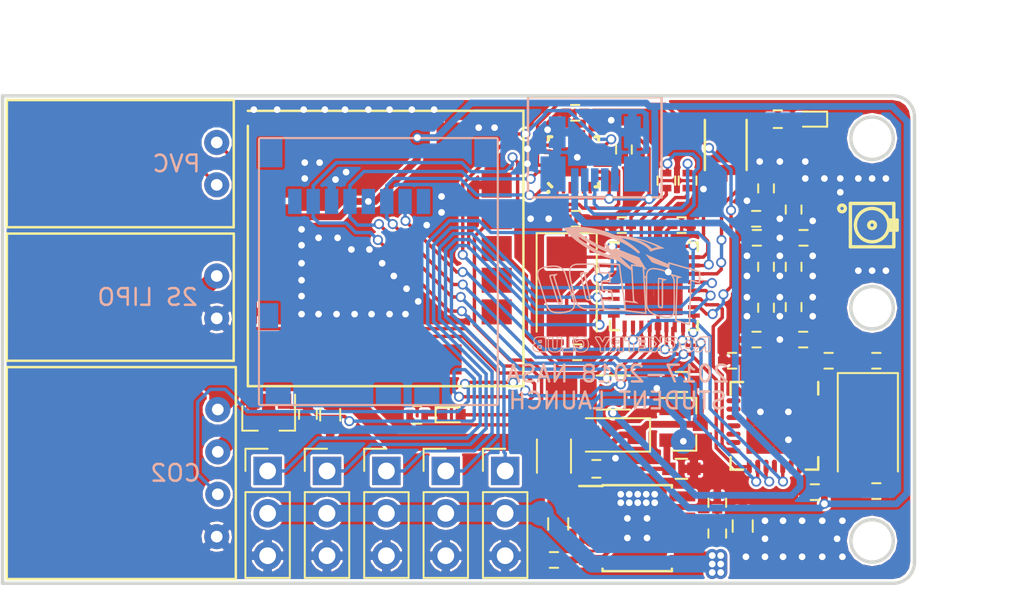
<source format=kicad_pcb>
(kicad_pcb (version 4) (host pcbnew 4.0.5+dfsg1-4)
  (layers (0 F.Cu signal) (31 B.Cu signal) (34 B.Paste user) (35 F.Paste user) (36 B.SilkS user) (37 F.SilkS user) (38 B.Mask user) (39 F.Mask user) (44 Edge.Cuts user))
  (net 0 "")
  (net 1 GND)
  (net 2 "Net-(C7-Pad2)")
  (net 3 MOSI)
  (net 4 MISO)
  (net 5 "Net-(U1-Pad5)")
  (net 6 "Net-(U1-Pad8)")
  (net 7 "Net-(U1-Pad10)")
  (net 8 "Net-(U1-Pad11)")
  (net 9 "Net-(U1-Pad12)")
  (net 10 "Net-(U1-Pad20)")
  (net 11 "Net-(U1-Pad21)")
  (net 12 "Net-(AE1-Pad1)")
  (net 13 "Net-(C2-Pad1)")
  (net 14 ANTP)
  (net 15 "Net-(C9-Pad2)")
  (net 16 ANTN)
  (net 17 +3V3)
  (net 18 +8V)
  (net 19 "Net-(D2-Pad2)")
  (net 20 "Net-(D3-Pad2)")
  (net 21 "Net-(D3-Pad1)")
  (net 22 "Net-(D4-Pad2)")
  (net 23 +5V)
  (net 24 +6V)
  (net 25 "Net-(J1-Pad1)")
  (net 26 CS_SD)
  (net 27 SCK)
  (net 28 "Net-(J1-Pad8)")
  (net 29 "Net-(J1-PadDL)")
  (net 30 "Net-(J1-PadDS)")
  (net 31 PWM_S1)
  (net 32 PWM_S2)
  (net 33 PWM_S3)
  (net 34 PWM_S4)
  (net 35 PWM_S5)
  (net 36 "Net-(P7-Pad2)")
  (net 37 E-CONTACT)
  (net 38 "Net-(P9-Pad2)")
  (net 39 E_MATCH)
  (net 40 "Net-(R3-Pad1)")
  (net 41 "Net-(R4-Pad1)")
  (net 42 "Net-(R5-Pad2)")
  (net 43 "Net-(SW1-Pad1)")
  (net 44 RX_AVR)
  (net 45 TX_AVR)
  (net 46 "Net-(U1-Pad13)")
  (net 47 CS_AX5043)
  (net 48 INT_AX5043)
  (net 49 INT_MPU9250)
  (net 50 CS_MPU9250)
  (net 51 "Net-(U6-Pad7)")
  (net 52 "Net-(U6-Pad19)")
  (net 53 "Net-(C1-Pad1)")
  (net 54 "Net-(C5-Pad1)")
  (net 55 "Net-(C6-Pad2)")
  (net 56 "Net-(C11-Pad2)")
  (net 57 "Net-(C12-Pad2)")
  (net 58 "Net-(C18-Pad1)")
  (net 59 "Net-(C19-Pad1)")
  (net 60 "Net-(C20-Pad2)")
  (net 61 "Net-(C23-Pad2)")
  (net 62 "Net-(P4-Pad2)")
  (net 63 "Net-(P9-Pad3)")
  (net 64 "Net-(P9-Pad4)")
  (net 65 "Net-(U3-Pad3)")
  (net 66 "Net-(U3-Pad8)")
  (net 67 "Net-(U3-Pad7)")
  (net 68 "Net-(U3-Pad9)")
  (net 69 "Net-(U3-Pad12)")
  (net 70 "Net-(U3-Pad19)")
  (net 71 "Net-(U3-Pad18)")
  (net 72 "Net-(U5-Pad5)")
  (net 73 "Net-(U5-Pad26)")
  (net 74 "Net-(U6-Pad11)")
  (net 75 "Net-(U6-Pad21)")
  (net 76 SERVO_EN)
  (net 77 "Net-(R6-Pad1)")
  (net 78 "Net-(R7-Pad2)")
  (net 79 8V_FUSE)
  (net 80 "Net-(U3-Pad10)")
  (net 81 "Net-(U3-Pad11)")
  (module "MOD:GND VIA" (layer F.Cu) (at 93.599 84.582 90)
    (fp_text reference "" (at 0 0 90) (layer F.SilkS))
    (fp_text value "" (at 0 0 90) (layer F.SilkS))
    (pad 1 thru_hole circle (at 0 1.27 90) (size 0.6 0.6) (drill 0.4) (layers *.Cu) (net 1 GND))
  )
  (module "MOD:GND VIA" (layer F.Cu) (at 95.377 86.233 90)
    (fp_text reference "" (at 0 0 90) (layer F.SilkS))
    (fp_text value "" (at 0 0 90) (layer F.SilkS))
    (pad 1 thru_hole circle (at 0 1.27 90) (size 0.6 0.6) (drill 0.4) (layers *.Cu) (net 1 GND))
  )
  (module "MOD:GND VIA" (layer F.Cu) (at 100.1395 100.076 90)
    (fp_text reference "" (at 0 0 90) (layer F.SilkS))
    (fp_text value "" (at 0 0 90) (layer F.SilkS))
    (pad 1 thru_hole circle (at 0 1.27 90) (size 0.6 0.6) (drill 0.4) (layers *.Cu) (net 1 GND))
  )
  (module "MOD:GND VIA" (layer F.Cu) (at 97.663 104.267 90)
    (fp_text reference "" (at 0 0 90) (layer F.SilkS))
    (fp_text value "" (at 0 0 90) (layer F.SilkS))
    (pad 1 thru_hole circle (at 0 1.27 90) (size 0.6 0.6) (drill 0.4) (layers *.Cu) (net 1 GND))
  )
  (module "MOD:GND VIA" (layer F.Cu) (at 92.583 89.916 90)
    (fp_text reference "" (at 0 0 90) (layer F.SilkS))
    (fp_text value "" (at 0 0 90) (layer F.SilkS))
    (pad 1 thru_hole circle (at 0 1.27 90) (size 0.6 0.6) (drill 0.4) (layers *.Cu) (net 1 GND))
  )
  (module "MOD:GND VIA" (layer F.Cu) (at 93.6625 89.916 90)
    (fp_text reference "" (at 0 0 90) (layer F.SilkS))
    (fp_text value "" (at 0 0 90) (layer F.SilkS))
    (pad 1 thru_hole circle (at 0 1.27 90) (size 0.6 0.6) (drill 0.4) (layers *.Cu) (net 1 GND))
  )
  (module "MOD:GND VIA" (layer F.Cu) (at 110.9345 109.093 90)
    (fp_text reference "" (at 0 0 90) (layer F.SilkS))
    (fp_text value "" (at 0 0 90) (layer F.SilkS))
    (pad 1 thru_hole circle (at 0 1.27 90) (size 0.6 0.6) (drill 0.4) (layers *.Cu) (net 1 GND))
  )
  (module "MOD:GND VIA" (layer F.Cu) (at 111.252 110.1725 90)
    (fp_text reference "" (at 0 0 90) (layer F.SilkS))
    (fp_text value "" (at 0 0 90) (layer F.SilkS))
    (pad 1 thru_hole circle (at 0 1.27 90) (size 0.6 0.6) (drill 0.4) (layers *.Cu) (net 1 GND))
  )
  (module "MOD:GND VIA" (layer F.Cu) (at 110.0455 110.1725 90)
    (fp_text reference "" (at 0 0 90) (layer F.SilkS))
    (fp_text value "" (at 0 0 90) (layer F.SilkS))
    (pad 1 thru_hole circle (at 0 1.27 90) (size 0.6 0.6) (drill 0.4) (layers *.Cu) (net 1 GND))
  )
  (module "MOD:GND VIA" (layer F.Cu) (at 108.839 110.1725 90)
    (fp_text reference "" (at 0 0 90) (layer F.SilkS))
    (fp_text value "" (at 0 0 90) (layer F.SilkS))
    (pad 1 thru_hole circle (at 0 1.27 90) (size 0.6 0.6) (drill 0.4) (layers *.Cu) (net 1 GND))
  )
  (module "MOD:GND VIA" (layer F.Cu) (at 107.696 110.1725 90)
    (fp_text reference "" (at 0 0 90) (layer F.SilkS))
    (fp_text value "" (at 0 0 90) (layer F.SilkS))
    (pad 1 thru_hole circle (at 0 1.27 90) (size 0.6 0.6) (drill 0.4) (layers *.Cu) (net 1 GND))
  )
  (module "MOD:GND VIA" (layer F.Cu) (at 105.4735 110.1725 90)
    (fp_text reference "" (at 0 0 90) (layer F.SilkS))
    (fp_text value "" (at 0 0 90) (layer F.SilkS))
    (pad 1 thru_hole circle (at 0 1.27 90) (size 0.6 0.6) (drill 0.4) (layers *.Cu) (net 1 GND))
  )
  (module "MOD:GND VIA" (layer F.Cu) (at 106.6165 110.1725 90)
    (fp_text reference "" (at 0 0 90) (layer F.SilkS))
    (fp_text value "" (at 0 0 90) (layer F.SilkS))
    (pad 1 thru_hole circle (at 0 1.27 90) (size 0.6 0.6) (drill 0.4) (layers *.Cu) (net 1 GND))
  )
  (module "MOD:GND VIA" (layer F.Cu) (at 106.6165 109.093 90)
    (fp_text reference "" (at 0 0 90) (layer F.SilkS))
    (fp_text value "" (at 0 0 90) (layer F.SilkS))
    (pad 1 thru_hole circle (at 0 1.27 90) (size 0.6 0.6) (drill 0.4) (layers *.Cu) (net 1 GND))
  )
  (module "MOD:GND VIA" (layer F.Cu) (at 106.6165 108.0135 90)
    (fp_text reference "" (at 0 0 90) (layer F.SilkS))
    (fp_text value "" (at 0 0 90) (layer F.SilkS))
    (pad 1 thru_hole circle (at 0 1.27 90) (size 0.6 0.6) (drill 0.4) (layers *.Cu) (net 1 GND))
  )
  (module "MOD:GND VIA" (layer F.Cu) (at 107.696 108.0135 90)
    (fp_text reference "" (at 0 0 90) (layer F.SilkS))
    (fp_text value "" (at 0 0 90) (layer F.SilkS))
    (pad 1 thru_hole circle (at 0 1.27 90) (size 0.6 0.6) (drill 0.4) (layers *.Cu) (net 1 GND))
  )
  (module "MOD:GND VIA" (layer F.Cu) (at 108.839 108.0135 90)
    (fp_text reference "" (at 0 0 90) (layer F.SilkS))
    (fp_text value "" (at 0 0 90) (layer F.SilkS))
    (pad 1 thru_hole circle (at 0 1.27 90) (size 0.6 0.6) (drill 0.4) (layers *.Cu) (net 1 GND))
  )
  (module "MOD:GND VIA" (layer F.Cu) (at 110.0455 108.0135 90)
    (fp_text reference "" (at 0 0 90) (layer F.SilkS))
    (fp_text value "" (at 0 0 90) (layer F.SilkS))
    (pad 1 thru_hole circle (at 0 1.27 90) (size 0.6 0.6) (drill 0.4) (layers *.Cu) (net 1 GND))
  )
  (module "MOD:GND VIA" (layer F.Cu) (at 111.252 108.0135 90)
    (fp_text reference "" (at 0 0 90) (layer F.SilkS))
    (fp_text value "" (at 0 0 90) (layer F.SilkS))
    (pad 1 thru_hole circle (at 0 1.27 90) (size 0.6 0.6) (drill 0.4) (layers *.Cu) (net 1 GND))
  )
  (module "MOD:GND VIA" (layer F.Cu) (at 76.0095 83.3755 90)
    (fp_text reference "" (at 0 0 90) (layer F.SilkS))
    (fp_text value "" (at 0 0 90) (layer F.SilkS))
    (pad 1 thru_hole circle (at 0 1.27 90) (size 0.6 0.6) (drill 0.4) (layers *.Cu) (net 1 GND))
  )
  (module "MOD:GND VIA" (layer F.Cu) (at 77.4065 83.3755 90)
    (fp_text reference "" (at 0 0 90) (layer F.SilkS))
    (fp_text value "" (at 0 0 90) (layer F.SilkS))
    (pad 1 thru_hole circle (at 0 1.27 90) (size 0.6 0.6) (drill 0.4) (layers *.Cu) (net 1 GND))
  )
  (module "MOD:GND VIA" (layer F.Cu) (at 78.994 83.3755 90)
    (fp_text reference "" (at 0 0 90) (layer F.SilkS))
    (fp_text value "" (at 0 0 90) (layer F.SilkS))
    (pad 1 thru_hole circle (at 0 1.27 90) (size 0.6 0.6) (drill 0.4) (layers *.Cu) (net 1 GND))
  )
  (module "MOD:GND VIA" (layer F.Cu) (at 80.264 83.3755 90)
    (fp_text reference "" (at 0 0 90) (layer F.SilkS))
    (fp_text value "" (at 0 0 90) (layer F.SilkS))
    (pad 1 thru_hole circle (at 0 1.27 90) (size 0.6 0.6) (drill 0.4) (layers *.Cu) (net 1 GND))
  )
  (module "MOD:GND VIA" (layer F.Cu) (at 81.4705 83.3755 90)
    (fp_text reference "" (at 0 0 90) (layer F.SilkS))
    (fp_text value "" (at 0 0 90) (layer F.SilkS))
    (pad 1 thru_hole circle (at 0 1.27 90) (size 0.6 0.6) (drill 0.4) (layers *.Cu) (net 1 GND))
  )
  (module "MOD:GND VIA" (layer F.Cu) (at 82.8675 83.3755 90)
    (fp_text reference "" (at 0 0 90) (layer F.SilkS))
    (fp_text value "" (at 0 0 90) (layer F.SilkS))
    (pad 1 thru_hole circle (at 0 1.27 90) (size 0.6 0.6) (drill 0.4) (layers *.Cu) (net 1 GND))
  )
  (module "MOD:GND VIA" (layer F.Cu) (at 84.1375 83.3755 90)
    (fp_text reference "" (at 0 0 90) (layer F.SilkS))
    (fp_text value "" (at 0 0 90) (layer F.SilkS))
    (pad 1 thru_hole circle (at 0 1.27 90) (size 0.6 0.6) (drill 0.4) (layers *.Cu) (net 1 GND))
  )
  (module "MOD:GND VIA" (layer F.Cu) (at 85.471 83.3755 90)
    (fp_text reference "" (at 0 0 90) (layer F.SilkS))
    (fp_text value "" (at 0 0 90) (layer F.SilkS))
    (pad 1 thru_hole circle (at 0 1.27 90) (size 0.6 0.6) (drill 0.4) (layers *.Cu) (net 1 GND))
  )
  (module "MOD:GND VIA" (layer F.Cu) (at 86.8045 83.3755 90)
    (fp_text reference "" (at 0 0 90) (layer F.SilkS))
    (fp_text value "" (at 0 0 90) (layer F.SilkS))
    (pad 1 thru_hole circle (at 0 1.27 90) (size 0.6 0.6) (drill 0.4) (layers *.Cu) (net 1 GND))
  )
  (module "MOD:GND VIA" (layer F.Cu) (at 90.424 84.455 90)
    (fp_text reference "" (at 0 0 90) (layer F.SilkS))
    (fp_text value "" (at 0 0 90) (layer F.SilkS))
    (pad 1 thru_hole circle (at 0 1.27 90) (size 0.6 0.6) (drill 0.4) (layers *.Cu) (net 1 GND))
  )
  (module "MOD:GND VIA" (layer F.Cu) (at 89.4715 84.455 90)
    (fp_text reference "" (at 0 0 90) (layer F.SilkS))
    (fp_text value "" (at 0 0 90) (layer F.SilkS))
    (pad 1 thru_hole circle (at 0 1.27 90) (size 0.6 0.6) (drill 0.4) (layers *.Cu) (net 1 GND))
  )
  (module "MOD:GND VIA" (layer F.Cu) (at 87.249 88.5825 90)
    (fp_text reference "" (at 0 0 90) (layer F.SilkS))
    (fp_text value "" (at 0 0 90) (layer F.SilkS))
    (pad 1 thru_hole circle (at 0 1.27 90) (size 0.6 0.6) (drill 0.4) (layers *.Cu) (net 1 GND))
  )
  (module "MOD:GND VIA" (layer F.Cu) (at 87.249 89.535 90)
    (fp_text reference "" (at 0 0 90) (layer F.SilkS))
    (fp_text value "" (at 0 0 90) (layer F.SilkS))
    (pad 1 thru_hole circle (at 0 1.27 90) (size 0.6 0.6) (drill 0.4) (layers *.Cu) (net 1 GND))
  )
  (module "MOD:GND VIA" (layer F.Cu) (at 86.36 90.297 90)
    (fp_text reference "" (at 0 0 90) (layer F.SilkS))
    (fp_text value "" (at 0 0 90) (layer F.SilkS))
    (pad 1 thru_hole circle (at 0 1.27 90) (size 0.6 0.6) (drill 0.4) (layers *.Cu) (net 1 GND))
  )
  (module "MOD:GND VIA" (layer F.Cu) (at 79.883 91.059 90)
    (fp_text reference "" (at 0 0 90) (layer F.SilkS))
    (fp_text value "" (at 0 0 90) (layer F.SilkS))
    (pad 1 thru_hole circle (at 0 1.27 90) (size 0.6 0.6) (drill 0.4) (layers *.Cu) (net 1 GND))
  )
  (module "MOD:GND VIA" (layer F.Cu) (at 81.026 91.059 90)
    (fp_text reference "" (at 0 0 90) (layer F.SilkS))
    (fp_text value "" (at 0 0 90) (layer F.SilkS))
    (pad 1 thru_hole circle (at 0 1.27 90) (size 0.6 0.6) (drill 0.4) (layers *.Cu) (net 1 GND))
  )
  (module "MOD:GND VIA" (layer F.Cu) (at 81.8515 91.7575 90)
    (fp_text reference "" (at 0 0 90) (layer F.SilkS))
    (fp_text value "" (at 0 0 90) (layer F.SilkS))
    (pad 1 thru_hole circle (at 0 1.27 90) (size 0.6 0.6) (drill 0.4) (layers *.Cu) (net 1 GND))
  )
  (module "MOD:GND VIA" (layer F.Cu) (at 82.931 91.7575 90)
    (fp_text reference "" (at 0 0 90) (layer F.SilkS))
    (fp_text value "" (at 0 0 90) (layer F.SilkS))
    (pad 1 thru_hole circle (at 0 1.27 90) (size 0.6 0.6) (drill 0.4) (layers *.Cu) (net 1 GND))
  )
  (module "MOD:GND VIA" (layer F.Cu) (at 83.693 92.583 90)
    (fp_text reference "" (at 0 0 90) (layer F.SilkS))
    (fp_text value "" (at 0 0 90) (layer F.SilkS))
    (pad 1 thru_hole circle (at 0 1.27 90) (size 0.6 0.6) (drill 0.4) (layers *.Cu) (net 1 GND))
  )
  (module "MOD:GND VIA" (layer F.Cu) (at 84.3915 93.345 90)
    (fp_text reference "" (at 0 0 90) (layer F.SilkS))
    (fp_text value "" (at 0 0 90) (layer F.SilkS))
    (pad 1 thru_hole circle (at 0 1.27 90) (size 0.6 0.6) (drill 0.4) (layers *.Cu) (net 1 GND))
  )
  (module "MOD:GND VIA" (layer F.Cu) (at 85.1535 94.107 90)
    (fp_text reference "" (at 0 0 90) (layer F.SilkS))
    (fp_text value "" (at 0 0 90) (layer F.SilkS))
    (pad 1 thru_hole circle (at 0 1.27 90) (size 0.6 0.6) (drill 0.4) (layers *.Cu) (net 1 GND))
  )
  (module "MOD:GND VIA" (layer F.Cu) (at 85.852 94.869 90)
    (fp_text reference "" (at 0 0 90) (layer F.SilkS))
    (fp_text value "" (at 0 0 90) (layer F.SilkS))
    (pad 1 thru_hole circle (at 0 1.27 90) (size 0.6 0.6) (drill 0.4) (layers *.Cu) (net 1 GND))
  )
  (module "MOD:GND VIA" (layer F.Cu) (at 85.09 95.631 90)
    (fp_text reference "" (at 0 0 90) (layer F.SilkS))
    (fp_text value "" (at 0 0 90) (layer F.SilkS))
    (pad 1 thru_hole circle (at 0 1.27 90) (size 0.6 0.6) (drill 0.4) (layers *.Cu) (net 1 GND))
  )
  (module "MOD:GND VIA" (layer F.Cu) (at 84.1375 95.631 90)
    (fp_text reference "" (at 0 0 90) (layer F.SilkS))
    (fp_text value "" (at 0 0 90) (layer F.SilkS))
    (pad 1 thru_hole circle (at 0 1.27 90) (size 0.6 0.6) (drill 0.4) (layers *.Cu) (net 1 GND))
  )
  (module "MOD:GND VIA" (layer F.Cu) (at 83.058 95.631 90)
    (fp_text reference "" (at 0 0 90) (layer F.SilkS))
    (fp_text value "" (at 0 0 90) (layer F.SilkS))
    (pad 1 thru_hole circle (at 0 1.27 90) (size 0.6 0.6) (drill 0.4) (layers *.Cu) (net 1 GND))
  )
  (module "MOD:GND VIA" (layer F.Cu) (at 82.042 95.631 90)
    (fp_text reference "" (at 0 0 90) (layer F.SilkS))
    (fp_text value "" (at 0 0 90) (layer F.SilkS))
    (pad 1 thru_hole circle (at 0 1.27 90) (size 0.6 0.6) (drill 0.4) (layers *.Cu) (net 1 GND))
  )
  (module "MOD:GND VIA" (layer F.Cu) (at 80.9625 95.631 90)
    (fp_text reference "" (at 0 0 90) (layer F.SilkS))
    (fp_text value "" (at 0 0 90) (layer F.SilkS))
    (pad 1 thru_hole circle (at 0 1.27 90) (size 0.6 0.6) (drill 0.4) (layers *.Cu) (net 1 GND))
  )
  (module "MOD:GND VIA" (layer F.Cu) (at 79.883 95.631 90)
    (fp_text reference "" (at 0 0 90) (layer F.SilkS))
    (fp_text value "" (at 0 0 90) (layer F.SilkS))
    (pad 1 thru_hole circle (at 0 1.27 90) (size 0.6 0.6) (drill 0.4) (layers *.Cu) (net 1 GND))
  )
  (module "MOD:GND VIA" (layer F.Cu) (at 78.867 95.631 90)
    (fp_text reference "" (at 0 0 90) (layer F.SilkS))
    (fp_text value "" (at 0 0 90) (layer F.SilkS))
    (pad 1 thru_hole circle (at 0 1.27 90) (size 0.6 0.6) (drill 0.4) (layers *.Cu) (net 1 GND))
  )
  (module "MOD:GND VIA" (layer F.Cu) (at 78.867 94.5515 90)
    (fp_text reference "" (at 0 0 90) (layer F.SilkS))
    (fp_text value "" (at 0 0 90) (layer F.SilkS))
    (pad 1 thru_hole circle (at 0 1.27 90) (size 0.6 0.6) (drill 0.4) (layers *.Cu) (net 1 GND))
  )
  (module "MOD:GND VIA" (layer F.Cu) (at 78.867 90.551 90)
    (fp_text reference "" (at 0 0 90) (layer F.SilkS))
    (fp_text value "" (at 0 0 90) (layer F.SilkS))
    (pad 1 thru_hole circle (at 0 1.27 90) (size 0.6 0.6) (drill 0.4) (layers *.Cu) (net 1 GND))
  )
  (module "MOD:GND VIA" (layer F.Cu) (at 78.867 91.5035 90)
    (fp_text reference "" (at 0 0 90) (layer F.SilkS))
    (fp_text value "" (at 0 0 90) (layer F.SilkS))
    (pad 1 thru_hole circle (at 0 1.27 90) (size 0.6 0.6) (drill 0.4) (layers *.Cu) (net 1 GND))
  )
  (module "MOD:GND VIA" (layer F.Cu) (at 78.867 92.583 90)
    (fp_text reference "" (at 0 0 90) (layer F.SilkS))
    (fp_text value "" (at 0 0 90) (layer F.SilkS))
    (pad 1 thru_hole circle (at 0 1.27 90) (size 0.6 0.6) (drill 0.4) (layers *.Cu) (net 1 GND))
  )
  (module "MOD:GND VIA" (layer F.Cu) (at 78.867 93.599 90)
    (fp_text reference "" (at 0 0 90) (layer F.SilkS))
    (fp_text value "" (at 0 0 90) (layer F.SilkS))
    (pad 1 thru_hole circle (at 0 1.27 90) (size 0.6 0.6) (drill 0.4) (layers *.Cu) (net 1 GND))
  )
  (module "MOD:GND VIA" (layer F.Cu) (at 81.534 87.122 90)
    (fp_text reference "" (at 0 0 90) (layer F.SilkS))
    (fp_text value "" (at 0 0 90) (layer F.SilkS))
    (pad 1 thru_hole circle (at 0 1.27 90) (size 0.6 0.6) (drill 0.4) (layers *.Cu) (net 1 GND))
  )
  (module "MOD:GND VIA" (layer F.Cu) (at 80.899 87.5665 90)
    (fp_text reference "" (at 0 0 90) (layer F.SilkS))
    (fp_text value "" (at 0 0 90) (layer F.SilkS))
    (pad 1 thru_hole circle (at 0 1.27 90) (size 0.6 0.6) (drill 0.4) (layers *.Cu) (net 1 GND))
  )
  (module "MOD:GND VIA" (layer F.Cu) (at 79.0575 87.503 90)
    (fp_text reference "" (at 0 0 90) (layer F.SilkS))
    (fp_text value "" (at 0 0 90) (layer F.SilkS))
    (pad 1 thru_hole circle (at 0 1.27 90) (size 0.6 0.6) (drill 0.4) (layers *.Cu) (net 1 GND))
  )
  (module "MOD:GND VIA" (layer F.Cu) (at 79.0575 86.5505 90)
    (fp_text reference "" (at 0 0 90) (layer F.SilkS))
    (fp_text value "" (at 0 0 90) (layer F.SilkS))
    (pad 1 thru_hole circle (at 0 1.27 90) (size 0.6 0.6) (drill 0.4) (layers *.Cu) (net 1 GND))
  )
  (module "MOD:GND VIA" (layer F.Cu) (at 79.9465 86.5505 90)
    (fp_text reference "" (at 0 0 90) (layer F.SilkS))
    (fp_text value "" (at 0 0 90) (layer F.SilkS))
    (pad 1 thru_hole circle (at 0 1.27 90) (size 0.6 0.6) (drill 0.4) (layers *.Cu) (net 1 GND))
  )
  (module "MOD:GND VIA" (layer F.Cu) (at 92.3925 86.614 90)
    (fp_text reference "" (at 0 0 90) (layer F.SilkS))
    (fp_text value "" (at 0 0 90) (layer F.SilkS))
    (pad 1 thru_hole circle (at 0 1.27 90) (size 0.6 0.6) (drill 0.4) (layers *.Cu) (net 1 GND))
  )
  (module "MOD:GND VIA" (layer F.Cu) (at 92.3925 85.725 90)
    (fp_text reference "" (at 0 0 90) (layer F.SilkS))
    (fp_text value "" (at 0 0 90) (layer F.SilkS))
    (pad 1 thru_hole circle (at 0 1.27 90) (size 0.6 0.6) (drill 0.4) (layers *.Cu) (net 1 GND))
  )
  (module "MOD:GND VIA" (layer F.Cu) (at 97.409 84.0105 90)
    (fp_text reference "" (at 0 0 90) (layer F.SilkS))
    (fp_text value "" (at 0 0 90) (layer F.SilkS))
    (pad 1 thru_hole circle (at 0 1.27 90) (size 0.6 0.6) (drill 0.4) (layers *.Cu) (net 1 GND))
  )
  (module "MOD:GND VIA" (layer F.Cu) (at 103.456133 111.115633 90)
    (fp_text reference "" (at 0 0 90) (layer F.SilkS))
    (fp_text value "" (at 0 0 90) (layer F.SilkS))
    (pad 1 thru_hole circle (at 0 1.27 90) (size 0.6 0.6) (drill 0.4) (layers *.Cu) (net 24 +6V))
  )
  (module "MOD:GND VIA" (layer F.Cu) (at 100.7745 108.204 180)
    (fp_text reference "" (at 0 0 180) (layer F.SilkS))
    (fp_text value "" (at 0 0 180) (layer F.SilkS))
    (pad 1 thru_hole circle (at 0 1.27 180) (size 0.6 0.6) (drill 0.4) (layers *.Cu) (net 1 GND))
  )
  (module "MOD:GND VIA" (layer F.Cu) (at 100.7745 107.696 180)
    (fp_text reference "" (at 0 0 180) (layer F.SilkS))
    (fp_text value "" (at 0 0 180) (layer F.SilkS))
    (pad 1 thru_hole circle (at 0 1.27 180) (size 0.6 0.6) (drill 0.4) (layers *.Cu) (net 1 GND))
  )
  (module "MOD:GND VIA" (layer F.Cu) (at 101.2825 108.204 180)
    (fp_text reference "" (at 0 0 180) (layer F.SilkS))
    (fp_text value "" (at 0 0 180) (layer F.SilkS))
    (pad 1 thru_hole circle (at 0 1.27 180) (size 0.6 0.6) (drill 0.4) (layers *.Cu) (net 1 GND))
  )
  (module "MOD:GND VIA" (layer F.Cu) (at 101.2825 107.696001 180)
    (fp_text reference "" (at 0 0 180) (layer F.SilkS))
    (fp_text value "" (at 0 0 180) (layer F.SilkS))
    (pad 1 thru_hole circle (at 0 1.27 180) (size 0.6 0.6) (drill 0.4) (layers *.Cu) (net 1 GND))
  )
  (module "MOD:GND VIA" (layer F.Cu) (at 100.2665 107.696 180)
    (fp_text reference "" (at 0 0 180) (layer F.SilkS))
    (fp_text value "" (at 0 0 180) (layer F.SilkS))
    (pad 1 thru_hole circle (at 0 1.27 180) (size 0.6 0.6) (drill 0.4) (layers *.Cu) (net 1 GND))
  )
  (module "MOD:GND VIA" (layer F.Cu) (at 100.2665 108.204 180)
    (fp_text reference "" (at 0 0 180) (layer F.SilkS))
    (fp_text value "" (at 0 0 180) (layer F.SilkS))
    (pad 1 thru_hole circle (at 0 1.27 180) (size 0.6 0.6) (drill 0.4) (layers *.Cu) (net 1 GND))
  )
  (module "MOD:GND VIA" (layer F.Cu) (at 99.7585 108.204 180)
    (fp_text reference "" (at 0 0 180) (layer F.SilkS))
    (fp_text value "" (at 0 0 180) (layer F.SilkS))
    (pad 1 thru_hole circle (at 0 1.27 180) (size 0.6 0.6) (drill 0.4) (layers *.Cu) (net 1 GND))
  )
  (module "MOD:GND VIA" (layer F.Cu) (at 99.7585 107.696001 180)
    (fp_text reference "" (at 0 0 180) (layer F.SilkS))
    (fp_text value "" (at 0 0 180) (layer F.SilkS))
    (pad 1 thru_hole circle (at 0 1.27 180) (size 0.6 0.6) (drill 0.4) (layers *.Cu) (net 1 GND))
  )
  (module "MOD:GND VIA" (layer F.Cu) (at 99.2505 107.696 180)
    (fp_text reference "" (at 0 0 180) (layer F.SilkS))
    (fp_text value "" (at 0 0 180) (layer F.SilkS))
    (pad 1 thru_hole circle (at 0 1.27 180) (size 0.6 0.6) (drill 0.4) (layers *.Cu) (net 1 GND))
  )
  (module "MOD:GND VIA" (layer F.Cu) (at 99.2505 108.204 180)
    (fp_text reference "" (at 0 0 180) (layer F.SilkS))
    (fp_text value "" (at 0 0 180) (layer F.SilkS))
    (pad 1 thru_hole circle (at 0 1.27 180) (size 0.6 0.6) (drill 0.4) (layers *.Cu) (net 1 GND))
  )
  (module "MOD:GND VIA" (layer F.Cu) (at 106.299 86.487 90)
    (fp_text reference "" (at 0 0 90) (layer F.SilkS))
    (fp_text value "" (at 0 0 90) (layer F.SilkS))
    (pad 1 thru_hole circle (at 0 1.27 90) (size 0.6 0.6) (drill 0.4) (layers *.Cu) (net 1 GND))
  )
  (module "MOD:GND VIA" (layer F.Cu) (at 105.537 88.8365 90)
    (fp_text reference "" (at 0 0 90) (layer F.SilkS))
    (fp_text value "" (at 0 0 90) (layer F.SilkS))
    (pad 1 thru_hole circle (at 0 1.27 90) (size 0.6 0.6) (drill 0.4) (layers *.Cu) (net 1 GND))
  )
  (module "MOD:GND VIA" (layer F.Cu) (at 105.537 92.1385 90)
    (fp_text reference "" (at 0 0 90) (layer F.SilkS))
    (fp_text value "" (at 0 0 90) (layer F.SilkS))
    (pad 1 thru_hole circle (at 0 1.27 90) (size 0.6 0.6) (drill 0.4) (layers *.Cu) (net 1 GND))
  )
  (module "MOD:GND VIA" (layer F.Cu) (at 105.537 93.345 90)
    (fp_text reference "" (at 0 0 90) (layer F.SilkS))
    (fp_text value "" (at 0 0 90) (layer F.SilkS))
    (pad 1 thru_hole circle (at 0 1.27 90) (size 0.6 0.6) (drill 0.4) (layers *.Cu) (net 1 GND))
  )
  (module "MOD:GND VIA" (layer F.Cu) (at 105.537 94.615 90)
    (fp_text reference "" (at 0 0 90) (layer F.SilkS))
    (fp_text value "" (at 0 0 90) (layer F.SilkS))
    (pad 1 thru_hole circle (at 0 1.27 90) (size 0.6 0.6) (drill 0.4) (layers *.Cu) (net 1 GND))
  )
  (module "MOD:GND VIA" (layer F.Cu) (at 105.537 95.758 90)
    (fp_text reference "" (at 0 0 90) (layer F.SilkS))
    (fp_text value "" (at 0 0 90) (layer F.SilkS))
    (pad 1 thru_hole circle (at 0 1.27 90) (size 0.6 0.6) (drill 0.4) (layers *.Cu) (net 1 GND))
  )
  (module "MOD:GND VIA" (layer F.Cu) (at 109.474 95.758 90)
    (fp_text reference "" (at 0 0 90) (layer F.SilkS))
    (fp_text value "" (at 0 0 90) (layer F.SilkS))
    (pad 1 thru_hole circle (at 0 1.27 90) (size 0.6 0.6) (drill 0.4) (layers *.Cu) (net 1 GND))
  )
  (module "MOD:GND VIA" (layer F.Cu) (at 109.474 94.615 90)
    (fp_text reference "" (at 0 0 90) (layer F.SilkS))
    (fp_text value "" (at 0 0 90) (layer F.SilkS))
    (pad 1 thru_hole circle (at 0 1.27 90) (size 0.6 0.6) (drill 0.4) (layers *.Cu) (net 1 GND))
  )
  (module "MOD:GND VIA" (layer F.Cu) (at 109.474 93.345 90)
    (fp_text reference "" (at 0 0 90) (layer F.SilkS))
    (fp_text value "" (at 0 0 90) (layer F.SilkS))
    (pad 1 thru_hole circle (at 0 1.27 90) (size 0.6 0.6) (drill 0.4) (layers *.Cu) (net 1 GND))
  )
  (module "MOD:GND VIA" (layer F.Cu) (at 109.474 92.1385 90)
    (fp_text reference "" (at 0 0 90) (layer F.SilkS))
    (fp_text value "" (at 0 0 90) (layer F.SilkS))
    (pad 1 thru_hole circle (at 0 1.27 90) (size 0.6 0.6) (drill 0.4) (layers *.Cu) (net 1 GND))
  )
  (module "MOD:GND VIA" (layer F.Cu) (at 109.474 90.043 90)
    (fp_text reference "" (at 0 0 90) (layer F.SilkS))
    (fp_text value "" (at 0 0 90) (layer F.SilkS))
    (pad 1 thru_hole circle (at 0 1.27 90) (size 0.6 0.6) (drill 0.4) (layers *.Cu) (net 1 GND))
  )
  (module "MOD:GND VIA" (layer F.Cu) (at 112.2045 93.0275 90)
    (fp_text reference "" (at 0 0 90) (layer F.SilkS))
    (fp_text value "" (at 0 0 90) (layer F.SilkS))
    (pad 1 thru_hole circle (at 0 1.27 90) (size 0.6 0.6) (drill 0.4) (layers *.Cu) (net 1 GND))
  )
  (module "MOD:GND VIA" (layer F.Cu) (at 113.8555 93.0275 90)
    (fp_text reference "" (at 0 0 90) (layer F.SilkS))
    (fp_text value "" (at 0 0 90) (layer F.SilkS))
    (pad 1 thru_hole circle (at 0 1.27 90) (size 0.6 0.6) (drill 0.4) (layers *.Cu) (net 1 GND))
  )
  (module "MOD:GND VIA" (layer F.Cu) (at 113.03 93.0275 90)
    (fp_text reference "" (at 0 0 90) (layer F.SilkS))
    (fp_text value "" (at 0 0 90) (layer F.SilkS))
    (pad 1 thru_hole circle (at 0 1.27 90) (size 0.6 0.6) (drill 0.4) (layers *.Cu) (net 1 GND))
  )
  (module "MOD:GND VIA" (layer F.Cu) (at 113.8555 87.503 90)
    (fp_text reference "" (at 0 0 90) (layer F.SilkS))
    (fp_text value "" (at 0 0 90) (layer F.SilkS))
    (pad 1 thru_hole circle (at 0 1.27 90) (size 0.6 0.6) (drill 0.4) (layers *.Cu) (net 1 GND))
  )
  (module "MOD:GND VIA" (layer F.Cu) (at 113.03 87.503 90)
    (fp_text reference "" (at 0 0 90) (layer F.SilkS))
    (fp_text value "" (at 0 0 90) (layer F.SilkS))
    (pad 1 thru_hole circle (at 0 1.27 90) (size 0.6 0.6) (drill 0.4) (layers *.Cu) (net 1 GND))
  )
  (module "MOD:GND VIA" (layer F.Cu) (at 112.2045 87.503 90)
    (fp_text reference "" (at 0 0 90) (layer F.SilkS))
    (fp_text value "" (at 0 0 90) (layer F.SilkS))
    (pad 1 thru_hole circle (at 0 1.27 90) (size 0.6 0.6) (drill 0.4) (layers *.Cu) (net 1 GND))
  )
  (module "MOD:GND VIA" (layer F.Cu) (at 111.125 87.503 90)
    (fp_text reference "" (at 0 0 90) (layer F.SilkS))
    (fp_text value "" (at 0 0 90) (layer F.SilkS))
    (pad 1 thru_hole circle (at 0 1.27 90) (size 0.6 0.6) (drill 0.4) (layers *.Cu) (net 1 GND))
  )
  (module "MOD:GND VIA" (layer F.Cu) (at 111.125 88.3285 90)
    (fp_text reference "" (at 0 0 90) (layer F.SilkS))
    (fp_text value "" (at 0 0 90) (layer F.SilkS))
    (pad 1 thru_hole circle (at 0 1.27 90) (size 0.6 0.6) (drill 0.4) (layers *.Cu) (net 1 GND))
  )
  (module "MOD:GND VIA" (layer F.Cu) (at 110.1725 87.503 90)
    (fp_text reference "" (at 0 0 90) (layer F.SilkS))
    (fp_text value "" (at 0 0 90) (layer F.SilkS))
    (pad 1 thru_hole circle (at 0 1.27 90) (size 0.6 0.6) (drill 0.4) (layers *.Cu) (net 1 GND))
  )
  (module "MOD:GND VIA" (layer F.Cu) (at 109.0295 87.503 90)
    (fp_text reference "" (at 0 0 90) (layer F.SilkS))
    (fp_text value "" (at 0 0 90) (layer F.SilkS))
    (pad 1 thru_hole circle (at 0 1.27 90) (size 0.6 0.6) (drill 0.4) (layers *.Cu) (net 1 GND))
  )
  (module "MOD:GND VIA" (layer F.Cu) (at 109.0295 86.487 90)
    (fp_text reference "" (at 0 0 90) (layer F.SilkS))
    (fp_text value "" (at 0 0 90) (layer F.SilkS))
    (pad 1 thru_hole circle (at 0 1.27 90) (size 0.6 0.6) (drill 0.4) (layers *.Cu) (net 1 GND))
  )
  (module "MOD:GND VIA" (layer F.Cu) (at 107.5055 86.487 90)
    (fp_text reference "" (at 0 0 90) (layer F.SilkS))
    (fp_text value "" (at 0 0 90) (layer F.SilkS))
    (pad 1 thru_hole circle (at 0 1.27 90) (size 0.6 0.6) (drill 0.4) (layers *.Cu) (net 1 GND))
  )
  (module "MOD:GND VIA" (layer F.Cu) (at 107.5055 89.916 90)
    (fp_text reference "" (at 0 0 90) (layer F.SilkS))
    (fp_text value "" (at 0 0 90) (layer F.SilkS))
    (pad 1 thru_hole circle (at 0 1.27 90) (size 0.55 0.55) (drill 0.4) (layers *.Cu) (net 1 GND))
  )
  (module "MOD:GND VIA" (layer F.Cu) (at 107.5055 91.059 90)
    (fp_text reference "" (at 0 0 90) (layer F.SilkS))
    (fp_text value "" (at 0 0 90) (layer F.SilkS))
    (pad 1 thru_hole circle (at 0 1.27 90) (size 0.55 0.55) (drill 0.4) (layers *.Cu) (net 1 GND))
  )
  (module "MOD:GND VIA" (layer F.Cu) (at 107.5055 92.1385 90)
    (fp_text reference "" (at 0 0 90) (layer F.SilkS))
    (fp_text value "" (at 0 0 90) (layer F.SilkS))
    (pad 1 thru_hole circle (at 0 1.27 90) (size 0.55 0.55) (drill 0.4) (layers *.Cu) (net 1 GND))
  )
  (module "MOD:GND VIA" (layer F.Cu) (at 107.5055 93.345 90)
    (fp_text reference "" (at 0 0 90) (layer F.SilkS))
    (fp_text value "" (at 0 0 90) (layer F.SilkS))
    (pad 1 thru_hole circle (at 0 1.27 90) (size 0.55 0.55) (drill 0.4) (layers *.Cu) (net 1 GND))
  )
  (module "MOD:GND VIA" (layer F.Cu) (at 107.5055 94.615 90)
    (fp_text reference "" (at 0 0 90) (layer F.SilkS))
    (fp_text value "" (at 0 0 90) (layer F.SilkS))
    (pad 1 thru_hole circle (at 0 1.27 90) (size 0.55 0.55) (drill 0.4) (layers *.Cu) (net 1 GND))
  )
  (module "MOD:GND VIA" (layer F.Cu) (at 107.5055 95.758 90)
    (fp_text reference "" (at 0 0 90) (layer F.SilkS))
    (fp_text value "" (at 0 0 90) (layer F.SilkS))
    (pad 1 thru_hole circle (at 0 1.27 90) (size 0.55 0.55) (drill 0.4) (layers *.Cu) (net 1 GND))
  )
  (module "MOD:GND VIA" (layer F.Cu) (at 107.5055 97.155 90)
    (fp_text reference "" (at 0 0 90) (layer F.SilkS))
    (fp_text value "" (at 0 0 90) (layer F.SilkS))
    (pad 1 thru_hole circle (at 0 1.27 90) (size 0.55 0.55) (drill 0.4) (layers *.Cu) (net 1 GND))
  )
  (module "MOD:GND VIA" (layer F.Cu) (at 102.9335 88.138 90)
    (fp_text reference "" (at 0 0 90) (layer F.SilkS))
    (fp_text value "" (at 0 0 90) (layer F.SilkS))
    (pad 1 thru_hole circle (at 0 1.27 90) (size 0.6 0.6) (drill 0.4) (layers *.Cu) (net 1 GND))
  )
  (module Housings_SOIC:SOIC-8-1EP_3.9x4.9mm_Pitch1.27mm (layer F.Cu) (at 100.236 108.458)
    (fp_text reference U4 hide)
    (fp_text value SC1592ISTRT)
    (pad 1 smd rect (at -2.7 -1.905) (size 1.55 0.6) (layers F.Cu F.Paste F.Mask) (net 77 "Net-(R6-Pad1)"))
    (pad 2 smd rect (at -2.7 -0.635) (size 1.55 0.6) (layers F.Cu F.Paste F.Mask) (net 79 8V_FUSE))
    (pad 3 smd rect (at -2.7 0.635) (size 1.55 0.6) (layers F.Cu F.Paste F.Mask) (net 79 8V_FUSE))
    (pad 4 smd rect (at -2.7 1.905) (size 1.55 0.6) (layers F.Cu F.Paste F.Mask) (net 17 +3V3))
    (pad 5 smd rect (at 2.7 1.905) (size 1.55 0.6) (layers F.Cu F.Paste F.Mask) (net 24 +6V))
    (pad 6 smd rect (at 2.7 0.635) (size 1.55 0.6) (layers F.Cu F.Paste F.Mask) (net 24 +6V))
    (pad 7 smd rect (at 2.7 -0.635) (size 1.55 0.6) (layers F.Cu F.Paste F.Mask) (net 78 "Net-(R7-Pad2)"))
    (pad 8 smd rect (at 2.7 -1.905) (size 1.55 0.6) (layers F.Cu F.Paste F.Mask) (net 76 SERVO_EN))
    (pad 9 smd rect (at 0.5875 0.5875) (size 1.175 1.175) (layers F.Cu F.Paste F.Mask) (net 1 GND))
    (pad 9 smd rect (at 0.5875 -0.5875) (size 1.175 1.175) (layers F.Cu F.Paste F.Mask) (net 1 GND))
    (pad 9 smd rect (at -0.5875 0.5875) (size 1.175 1.175) (layers F.Cu F.Paste F.Mask) (net 1 GND))
    (pad 9 smd rect (at -0.5875 -0.5875) (size 1.175 1.175) (layers F.Cu F.Paste F.Mask) (net 1 GND))
  )
  (module "MOD:GND VIA" (layer F.Cu) (at 103.964133 110.099633 90)
    (fp_text reference "" (at 0 0 90) (layer F.SilkS))
    (fp_text value "" (at 0 0 90) (layer F.SilkS))
    (pad 1 thru_hole circle (at 0 1.27 90) (size 0.6 0.6) (drill 0.4) (layers *.Cu) (net 24 +6V))
  )
  (module "MOD:GND VIA" (layer F.Cu) (at 103.964133 110.607633 90)
    (fp_text reference "" (at 0 0 90) (layer F.SilkS))
    (fp_text value "" (at 0 0 90) (layer F.SilkS))
    (pad 1 thru_hole circle (at 0 1.27 90) (size 0.6 0.6) (drill 0.4) (layers *.Cu) (net 24 +6V))
  )
  (module "MOD:GND VIA" (layer F.Cu) (at 103.456133 110.607633 90)
    (fp_text reference "" (at 0 0 90) (layer F.SilkS))
    (fp_text value "" (at 0 0 90) (layer F.SilkS))
    (pad 1 thru_hole circle (at 0 1.27 90) (size 0.6 0.6) (drill 0.4) (layers *.Cu) (net 24 +6V))
  )
  (module "MOD:GND VIA" (layer F.Cu) (at 103.456133 110.099633 90)
    (fp_text reference "" (at 0 0 90) (layer F.SilkS))
    (fp_text value "" (at 0 0 90) (layer F.SilkS))
    (pad 1 thru_hole circle (at 0 1.27 90) (size 0.6 0.6) (drill 0.4) (layers *.Cu) (net 24 +6V))
  )
  (module "MOD:GND VIA" (layer F.Cu) (at 103.964133 111.115633 90)
    (fp_text reference "" (at 0 0 90) (layer F.SilkS))
    (fp_text value "" (at 0 0 90) (layer F.SilkS))
    (pad 1 thru_hole circle (at 0 1.27 90) (size 0.6 0.6) (drill 0.4) (layers *.Cu) (net 24 +6V))
  )
  (module Capacitors_SMD:C_0402 (layer F.Cu) (at 111.6965 98.425)
    (fp_text reference C1 hide)
    (fp_text value 1uF)
    (pad 1 smd rect (at -0.55 0) (size 0.6 0.5) (layers F.Cu F.Paste F.Mask) (net 53 "Net-(C1-Pad1)"))
    (pad 2 smd rect (at 0.55 0) (size 0.6 0.5) (layers F.Cu F.Paste F.Mask) (net 1 GND))
  )
  (module Capacitors_SMD:C_0402 (layer F.Cu) (at 105.918 98.425 180)
    (fp_text reference C2 hide)
    (fp_text value 1uF)
    (pad 1 smd rect (at -0.55 0 180) (size 0.6 0.5) (layers F.Cu F.Paste F.Mask) (net 13 "Net-(C2-Pad1)"))
    (pad 2 smd rect (at 0.55 0 180) (size 0.6 0.5) (layers F.Cu F.Paste F.Mask) (net 1 GND))
  )
  (module Capacitors_SMD:C_0402 (layer F.Cu) (at 107.95 88.096 90)
    (fp_text reference C5 hide)
    (fp_text value 5.1pF)
    (pad 1 smd rect (at -0.55 0 90) (size 0.6 0.5) (layers F.Cu F.Paste F.Mask) (net 54 "Net-(C5-Pad1)"))
    (pad 2 smd rect (at 0.55 0 90) (size 0.6 0.5) (layers F.Cu F.Paste F.Mask) (net 12 "Net-(AE1-Pad1)"))
  )
  (module Capacitors_SMD:C_0402 (layer F.Cu) (at 114.554 98.425 180)
    (fp_text reference C6 hide)
    (fp_text value 33pF)
    (pad 1 smd rect (at -0.55 0 180) (size 0.6 0.5) (layers F.Cu F.Paste F.Mask) (net 1 GND))
    (pad 2 smd rect (at 0.55 0 180) (size 0.6 0.5) (layers F.Cu F.Paste F.Mask) (net 55 "Net-(C6-Pad2)"))
  )
  (module Capacitors_SMD:C_0402 (layer F.Cu) (at 110.194 91.059 180)
    (fp_text reference C7 hide)
    (fp_text value 11pF)
    (pad 1 smd rect (at -0.55 0 180) (size 0.6 0.5) (layers F.Cu F.Paste F.Mask) (net 1 GND))
    (pad 2 smd rect (at 0.55 0 180) (size 0.6 0.5) (layers F.Cu F.Paste F.Mask) (net 2 "Net-(C7-Pad2)"))
  )
  (module Capacitors_SMD:C_0402 (layer F.Cu) (at 107.4 91.059)
    (fp_text reference C8 hide)
    (fp_text value 5.6pF)
    (pad 1 smd rect (at -0.55 0) (size 0.6 0.5) (layers F.Cu F.Paste F.Mask) (net 1 GND))
    (pad 2 smd rect (at 0.55 0) (size 0.6 0.5) (layers F.Cu F.Paste F.Mask) (net 54 "Net-(C5-Pad1)"))
  )
  (module Capacitors_SMD:C_0402 (layer F.Cu) (at 114.554 106.2355 180)
    (fp_text reference C9 hide)
    (fp_text value 33pF)
    (pad 1 smd rect (at -0.55 0 180) (size 0.6 0.5) (layers F.Cu F.Paste F.Mask) (net 1 GND))
    (pad 2 smd rect (at 0.55 0 180) (size 0.6 0.5) (layers F.Cu F.Paste F.Mask) (net 15 "Net-(C9-Pad2)"))
  )
  (module Capacitors_SMD:C_0603 (layer F.Cu) (at 81.8515 101.6635 270)
    (fp_text reference C10 hide)
    (fp_text value 100uF)
    (pad 2 smd rect (at 0.75 0 270) (size 0.8 0.75) (layers F.Cu F.Paste F.Mask) (net 1 GND))
    (pad 1 smd rect (at -0.75 0 270) (size 0.8 0.75) (layers F.Cu F.Paste F.Mask) (net 18 +8V))
  )
  (module Capacitors_SMD:C_0402 (layer F.Cu) (at 109.601 95.208 90)
    (fp_text reference C11 hide)
    (fp_text value 4.3pF)
    (pad 1 smd rect (at -0.55 0 90) (size 0.6 0.5) (layers F.Cu F.Paste F.Mask) (net 14 ANTP))
    (pad 2 smd rect (at 0.55 0 90) (size 0.6 0.5) (layers F.Cu F.Paste F.Mask) (net 56 "Net-(C11-Pad2)"))
  )
  (module Capacitors_SMD:C_0402 (layer F.Cu) (at 107.95 95.25 90)
    (fp_text reference C12 hide)
    (fp_text value 4.3pF)
    (pad 1 smd rect (at -0.55 0 90) (size 0.6 0.5) (layers F.Cu F.Paste F.Mask) (net 16 ANTN))
    (pad 2 smd rect (at 0.55 0 90) (size 0.6 0.5) (layers F.Cu F.Paste F.Mask) (net 57 "Net-(C12-Pad2)"))
  )
  (module Capacitors_SMD:C_0402 (layer F.Cu) (at 110.871 106.299 180)
    (fp_text reference C13 hide)
    (fp_text value 1uF)
    (pad 1 smd rect (at -0.55 0 180) (size 0.6 0.5) (layers F.Cu F.Paste F.Mask) (net 17 +3V3))
    (pad 2 smd rect (at 0.55 0 180) (size 0.6 0.5) (layers F.Cu F.Paste F.Mask) (net 1 GND))
  )
  (module Capacitors_SMD:C_0603 (layer F.Cu) (at 102.882 99.695 180)
    (fp_text reference C14 hide)
    (fp_text value 10uF)
    (pad 2 smd rect (at 0.75 0 180) (size 0.8 0.75) (layers F.Cu F.Paste F.Mask) (net 1 GND))
    (pad 1 smd rect (at -0.75 0 180) (size 0.8 0.75) (layers F.Cu F.Paste F.Mask) (net 79 8V_FUSE))
  )
  (module Capacitors_SMD:C_0603 (layer F.Cu) (at 102.882 104.902)
    (fp_text reference C15 hide)
    (fp_text value 10uF)
    (pad 2 smd rect (at 0.75 0) (size 0.8 0.75) (layers F.Cu F.Paste F.Mask) (net 1 GND))
    (pad 1 smd rect (at -0.75 0) (size 0.8 0.75) (layers F.Cu F.Paste F.Mask) (net 17 +3V3))
  )
  (module Capacitors_SMD:C_0603 (layer F.Cu) (at 95.504 108.204 90)
    (fp_text reference C16 hide)
    (fp_text value 10uF)
    (pad 2 smd rect (at 0.75 0 90) (size 0.8 0.75) (layers F.Cu F.Paste F.Mask) (net 79 8V_FUSE))
    (pad 1 smd rect (at -0.75 0 90) (size 0.8 0.75) (layers F.Cu F.Paste F.Mask) (net 1 GND))
  )
  (module Capacitors_SMD:C_0603 (layer F.Cu) (at 106.553 108.331 90)
    (fp_text reference C17 hide)
    (fp_text value 10uF)
    (pad 2 smd rect (at 0.75 0 90) (size 0.8 0.75) (layers F.Cu F.Paste F.Mask) (net 1 GND))
    (pad 1 smd rect (at -0.75 0 90) (size 0.8 0.75) (layers F.Cu F.Paste F.Mask) (net 24 +6V))
  )
  (module Capacitors_SMD:C_0402 (layer F.Cu) (at 96.562 89.916)
    (fp_text reference C18 hide)
    (fp_text value 18pF)
    (pad 1 smd rect (at -0.55 0) (size 0.6 0.5) (layers F.Cu F.Paste F.Mask) (net 58 "Net-(C18-Pad1)"))
    (pad 2 smd rect (at 0.55 0) (size 0.6 0.5) (layers F.Cu F.Paste F.Mask) (net 1 GND))
  )
  (module Capacitors_SMD:C_0402 (layer F.Cu) (at 96.647 97.917001)
    (fp_text reference C19 hide)
    (fp_text value C)
    (pad 1 smd rect (at -0.55 0) (size 0.6 0.5) (layers F.Cu F.Paste F.Mask) (net 59 "Net-(C19-Pad1)"))
    (pad 2 smd rect (at 0.55 0) (size 0.6 0.5) (layers F.Cu F.Paste F.Mask) (net 1 GND))
  )
  (module Capacitors_SMD:C_0402 (layer F.Cu) (at 102.8915 90.297 180)
    (fp_text reference C20 hide)
    (fp_text value C)
    (pad 1 smd rect (at -0.55 0 180) (size 0.6 0.5) (layers F.Cu F.Paste F.Mask) (net 1 GND))
    (pad 2 smd rect (at 0.55 0 180) (size 0.6 0.5) (layers F.Cu F.Paste F.Mask) (net 60 "Net-(C20-Pad2)"))
  )
  (module Capacitors_SMD:C_0402 (layer F.Cu) (at 99.314 90.296999)
    (fp_text reference C21 hide)
    (fp_text value 1uF)
    (pad 1 smd rect (at -0.55 0) (size 0.6 0.5) (layers F.Cu F.Paste F.Mask) (net 1 GND))
    (pad 2 smd rect (at 0.55 0) (size 0.6 0.5) (layers F.Cu F.Paste F.Mask) (net 17 +3V3))
  )
  (module Capacitors_SMD:C_0402 (layer F.Cu) (at 96.52 83.566)
    (fp_text reference C22 hide)
    (fp_text value C)
    (pad 1 smd rect (at -0.55 0) (size 0.6 0.5) (layers F.Cu F.Paste F.Mask) (net 1 GND))
    (pad 2 smd rect (at 0.55 0) (size 0.6 0.5) (layers F.Cu F.Paste F.Mask) (net 17 +3V3))
  )
  (module Capacitors_SMD:C_0402 (layer F.Cu) (at 99.441 85.767 270)
    (fp_text reference C23 hide)
    (fp_text value 1uF)
    (pad 1 smd rect (at -0.55 0 270) (size 0.6 0.5) (layers F.Cu F.Paste F.Mask) (net 1 GND))
    (pad 2 smd rect (at 0.55 0 270) (size 0.6 0.5) (layers F.Cu F.Paste F.Mask) (net 61 "Net-(C23-Pad2)"))
  )
  (module Diodes_SMD:D_SOD-123F (layer F.Cu) (at 98.806 102.87 180)
    (fp_text reference D2 hide)
    (fp_text value D_Schottky)
    (pad 1 smd rect (at -1.4 0 180) (size 1.1 1.1) (layers F.Cu F.Paste F.Mask) (net 79 8V_FUSE))
    (pad 2 smd rect (at 1.4 0 180) (size 1.1 1.1) (layers F.Cu F.Paste F.Mask) (net 19 "Net-(D2-Pad2)"))
  )
  (module LEDs:LED_0402 (layer F.Cu) (at 89.112 101.6635)
    (fp_text reference D3 hide)
    (fp_text value LED)
    (pad 2 smd rect (at 0.55 0 180) (size 0.6 0.7) (layers F.Cu F.Paste F.Mask) (net 20 "Net-(D3-Pad2)"))
    (pad 1 smd rect (at -0.55 0 180) (size 0.6 0.7) (layers F.Cu F.Paste F.Mask) (net 21 "Net-(D3-Pad1)"))
  )
  (module LEDs:LED_0402 (layer F.Cu) (at 110.659 83.947 180)
    (fp_text reference D4 hide)
    (fp_text value LED)
    (pad 2 smd rect (at 0.55 0) (size 0.6 0.7) (layers F.Cu F.Paste F.Mask) (net 22 "Net-(D4-Pad2)"))
    (pad 1 smd rect (at -0.55 0) (size 0.6 0.7) (layers F.Cu F.Paste F.Mask) (net 1 GND))
  )
  (module Capacitors_SMD:C_1206 (layer F.Cu) (at 98.806 100.33 180)
    (fp_text reference F2 hide)
    (fp_text value 500mA)
    (pad 1 smd rect (at -1.5 0 180) (size 1 1.6) (layers F.Cu F.Paste F.Mask) (net 23 +5V))
    (pad 2 smd rect (at 1.5 0 180) (size 1 1.6) (layers F.Cu F.Paste F.Mask) (net 19 "Net-(D2-Pad2)"))
  )
  (module Capacitors_SMD:C_1206 (layer F.Cu) (at 95.25 104.14 270)
    (fp_text reference F3 hide)
    (fp_text value 4A)
    (pad 1 smd rect (at -1.5 0 270) (size 1 1.6) (layers F.Cu F.Paste F.Mask) (net 18 +8V))
    (pad 2 smd rect (at 1.5 0 270) (size 1 1.6) (layers F.Cu F.Paste F.Mask) (net 79 8V_FUSE))
  )
  (module MOD:MOLEX_502570-0893 (layer B.Cu) (at 84.736 93.079 180)
    (fp_text reference J1 hide)
    (fp_text value 502570-0893 hide)
    (pad 1 smd rect (at -2.7 4.2 180) (size 0.8 1.5) (layers B.Cu B.Paste B.Mask) (net 25 "Net-(J1-Pad1)"))
    (pad 2 smd rect (at -1.6 4.2 180) (size 0.8 1.5) (layers B.Cu B.Paste B.Mask) (net 26 CS_SD))
    (pad 3 smd rect (at -0.5 4.2 180) (size 0.8 1.5) (layers B.Cu B.Paste B.Mask) (net 3 MOSI))
    (pad 4 smd rect (at 0.6 4.2 180) (size 0.8 1.5) (layers B.Cu B.Paste B.Mask) (net 17 +3V3))
    (pad 5 smd rect (at 1.7 4.2 180) (size 0.8 1.5) (layers B.Cu B.Paste B.Mask) (net 27 SCK))
    (pad 6 smd rect (at 2.8 4.2 180) (size 0.8 1.5) (layers B.Cu B.Paste B.Mask) (net 1 GND))
    (pad 7 smd rect (at 3.9 4.2 180) (size 0.8 1.5) (layers B.Cu B.Paste B.Mask) (net 4 MISO))
    (pad 8 smd rect (at 5 4.2 180) (size 0.8 1.5) (layers B.Cu B.Paste B.Mask) (net 28 "Net-(J1-Pad8)"))
    (pad SM1 smd rect (at -6.45 7.1 180) (size 1.4 1.7) (layers B.Cu B.Paste B.Mask))
    (pad SM2 smd rect (at 6.45 7.1 180) (size 1.4 1.7) (layers B.Cu B.Paste B.Mask))
    (pad DL smd rect (at 6.575 -2.65 180) (size 1.15 1.5) (layers B.Cu B.Paste B.Mask) (net 29 "Net-(J1-PadDL)"))
    (pad SM3 smd rect (at -2.9 -7.375 180) (size 1.5 1.15) (layers B.Cu B.Paste B.Mask))
    (pad DS smd rect (at -0.6 -7.375 180) (size 1.5 1.15) (layers B.Cu B.Paste B.Mask) (net 30 "Net-(J1-PadDS)"))
    (pad SM4 smd rect (at 6 -7.375 180) (size 1.5 1.15) (layers B.Cu B.Paste B.Mask))
  )
  (module Capacitors_SMD:C_0402 (layer F.Cu) (at 109.601001 89.366 90)
    (fp_text reference L2 hide)
    (fp_text value 27nH)
    (pad 1 smd rect (at -0.55 0 90) (size 0.6 0.5) (layers F.Cu F.Paste F.Mask) (net 2 "Net-(C7-Pad2)"))
    (pad 2 smd rect (at 0.55 0 90) (size 0.6 0.5) (layers F.Cu F.Paste F.Mask) (net 12 "Net-(AE1-Pad1)"))
  )
  (module Capacitors_SMD:C_0402 (layer F.Cu) (at 107.357 89.916)
    (fp_text reference L3 hide)
    (fp_text value 27nH)
    (pad 1 smd rect (at -0.55 0) (size 0.6 0.5) (layers F.Cu F.Paste F.Mask) (net 1 GND))
    (pad 2 smd rect (at 0.55 0) (size 0.6 0.5) (layers F.Cu F.Paste F.Mask) (net 54 "Net-(C5-Pad1)"))
  )
  (module Capacitors_SMD:C_0402 (layer F.Cu) (at 109.601 92.795 90)
    (fp_text reference L4 hide)
    (fp_text value 43nH)
    (pad 1 smd rect (at -0.55 0 90) (size 0.6 0.5) (layers F.Cu F.Paste F.Mask) (net 56 "Net-(C11-Pad2)"))
    (pad 2 smd rect (at 0.55 0 90) (size 0.6 0.5) (layers F.Cu F.Paste F.Mask) (net 2 "Net-(C7-Pad2)"))
  )
  (module Capacitors_SMD:C_0402 (layer F.Cu) (at 107.95 92.795 90)
    (fp_text reference L5 hide)
    (fp_text value 43nH)
    (pad 1 smd rect (at -0.55 0 90) (size 0.6 0.5) (layers F.Cu F.Paste F.Mask) (net 57 "Net-(C12-Pad2)"))
    (pad 2 smd rect (at 0.55 0 90) (size 0.6 0.5) (layers F.Cu F.Paste F.Mask) (net 54 "Net-(C5-Pad1)"))
  )
  (module Capacitors_SMD:C_0402 (layer F.Cu) (at 110.1725 97.155 180)
    (fp_text reference L6 hide)
    (fp_text value 100nH)
    (pad 1 smd rect (at -0.55 0 180) (size 0.6 0.5) (layers F.Cu F.Paste F.Mask) (net 1 GND))
    (pad 2 smd rect (at 0.55 0 180) (size 0.6 0.5) (layers F.Cu F.Paste F.Mask) (net 14 ANTP))
  )
  (module Capacitors_SMD:C_0402 (layer F.Cu) (at 107.3785 97.155)
    (fp_text reference L7 hide)
    (fp_text value 100nH)
    (pad 1 smd rect (at -0.55 0) (size 0.6 0.5) (layers F.Cu F.Paste F.Mask) (net 1 GND))
    (pad 2 smd rect (at 0.55 0) (size 0.6 0.5) (layers F.Cu F.Paste F.Mask) (net 16 ANTN))
  )
  (module Pin_Headers:Pin_Header_Straight_1x03_Pitch2.54mm (layer F.Cu) (at 78.105 105.029)
    (fp_text reference P1 hide)
    (fp_text value "SERVO 1")
    (pad 1 thru_hole rect (at 0 0) (size 1.7 1.7) (drill 1) (layers *.Cu *.Mask) (net 31 PWM_S1))
    (pad 2 thru_hole oval (at 0 2.54) (size 1.7 1.7) (drill 1) (layers *.Cu *.Mask) (net 24 +6V))
    (pad 3 thru_hole oval (at 0 5.08) (size 1.7 1.7) (drill 1) (layers *.Cu *.Mask) (net 1 GND))
  )
  (module Pin_Headers:Pin_Header_Straight_1x03_Pitch2.54mm (layer F.Cu) (at 81.661 105.029)
    (fp_text reference P2 hide)
    (fp_text value "SERVO 2")
    (pad 1 thru_hole rect (at 0 0) (size 1.7 1.7) (drill 1) (layers *.Cu *.Mask) (net 32 PWM_S2))
    (pad 2 thru_hole oval (at 0 2.54) (size 1.7 1.7) (drill 1) (layers *.Cu *.Mask) (net 24 +6V))
    (pad 3 thru_hole oval (at 0 5.08) (size 1.7 1.7) (drill 1) (layers *.Cu *.Mask) (net 1 GND))
  )
  (module Pin_Headers:Pin_Header_Straight_1x03_Pitch2.54mm (layer F.Cu) (at 85.217 105.029)
    (fp_text reference P3 hide)
    (fp_text value "SERVO 3")
    (pad 1 thru_hole rect (at 0 0) (size 1.7 1.7) (drill 1) (layers *.Cu *.Mask) (net 33 PWM_S3))
    (pad 2 thru_hole oval (at 0 2.54) (size 1.7 1.7) (drill 1) (layers *.Cu *.Mask) (net 24 +6V))
    (pad 3 thru_hole oval (at 0 5.08) (size 1.7 1.7) (drill 1) (layers *.Cu *.Mask) (net 1 GND))
  )
  (module MOD:TE1X4 (layer F.Cu) (at 78.232 103.886 270)
    (fp_text reference P4 hide)
    (fp_text value E-MATCH)
    (pad 3 thru_hole circle (at 2.54 3.1115 270) (size 1.5 1.5) (drill 0.7) (layers *.Cu *.Mask) (net 37 E-CONTACT))
    (pad 2 thru_hole circle (at 0 3.1115 270) (size 1.5 1.5) (drill 0.7) (layers *.Cu *.Mask) (net 62 "Net-(P4-Pad2)"))
    (pad 1 thru_hole circle (at -2.54 3.1115 270) (size 1.5 1.5) (drill 0.7) (layers *.Cu *.Mask) (net 18 +8V))
    (pad 4 thru_hole circle (at 5.08 3.175 270) (size 1.5 1.5) (drill 0.7) (layers *.Cu *.Mask) (net 1 GND))
  )
  (module Pin_Headers:Pin_Header_Straight_1x03_Pitch2.54mm (layer F.Cu) (at 88.773 105.029)
    (fp_text reference P5 hide)
    (fp_text value "SERVO 4")
    (pad 1 thru_hole rect (at 0 0) (size 1.7 1.7) (drill 1) (layers *.Cu *.Mask) (net 34 PWM_S4))
    (pad 2 thru_hole oval (at 0 2.54) (size 1.7 1.7) (drill 1) (layers *.Cu *.Mask) (net 24 +6V))
    (pad 3 thru_hole oval (at 0 5.08) (size 1.7 1.7) (drill 1) (layers *.Cu *.Mask) (net 1 GND))
  )
  (module Pin_Headers:Pin_Header_Straight_1x03_Pitch2.54mm (layer F.Cu) (at 92.329 105.029)
    (fp_text reference P6 hide)
    (fp_text value "SERVO 5")
    (pad 1 thru_hole rect (at 0 0) (size 1.7 1.7) (drill 1) (layers *.Cu *.Mask) (net 35 PWM_S5))
    (pad 2 thru_hole oval (at 0 2.54) (size 1.7 1.7) (drill 1) (layers *.Cu *.Mask) (net 24 +6V))
    (pad 3 thru_hole oval (at 0 5.08) (size 1.7 1.7) (drill 1) (layers *.Cu *.Mask) (net 1 GND))
  )
  (module MOD:TE1X2 (layer F.Cu) (at 77.2795 86.6775 270)
    (fp_text reference P7 hide)
    (fp_text value PVC)
    (pad 2 thru_hole circle (at 1.2065 2.2225 270) (size 1.5 1.5) (drill 0.7) (layers *.Cu *.Mask) (net 36 "Net-(P7-Pad2)"))
    (pad 1 thru_hole circle (at -1.3335 2.2225 270) (size 1.5 1.5) (drill 0.7) (layers *.Cu *.Mask) (net 20 "Net-(D3-Pad2)"))
  )
  (module MOD:TE1X2 (layer F.Cu) (at 77.2795 94.6785 270)
    (fp_text reference P8 hide)
    (fp_text value LIPO)
    (pad 2 thru_hole circle (at 1.2065 2.2225 270) (size 1.5 1.5) (drill 0.7) (layers *.Cu *.Mask) (net 1 GND))
    (pad 1 thru_hole circle (at -1.3335 2.2225 270) (size 1.5 1.5) (drill 0.7) (layers *.Cu *.Mask) (net 18 +8V))
  )
  (module MOD:0473461001_GLUE (layer B.Cu) (at 98.044 82.423 180)
    (fp_text reference P9 hide)
    (fp_text value USB_OTG)
    (pad 5 smd rect (at -1.9 -2.31 180) (size 1 1.9) (layers B.Cu B.Paste B.Mask) (net 1 GND))
    (pad 5 smd rect (at 2.6 -2.31 180) (size 1 1.9) (layers B.Cu B.Paste B.Mask) (net 1 GND))
    (pad 5 smd rect (at -2.15 -4.81 180) (size 1.5 2.1) (layers B.Cu B.Paste B.Mask) (net 1 GND))
    (pad 5 smd rect (at 2.85 -4.81 180) (size 1.5 2.1) (layers B.Cu B.Paste B.Mask) (net 1 GND))
    (pad 3 smd rect (at 0.35 -5.16 180) (size 0.45 1.38) (layers B.Cu B.Paste B.Mask) (net 63 "Net-(P9-Pad3)"))
    (pad 4 smd rect (at -0.25 -5.16 180) (size 0.45 1.38) (layers B.Cu B.Paste B.Mask) (net 64 "Net-(P9-Pad4)"))
    (pad 5 smd rect (at -0.85 -5.16 180) (size 0.45 1.38) (layers B.Cu B.Paste B.Mask) (net 1 GND))
    (pad 2 smd rect (at 0.95 -5.16 180) (size 0.45 1.38) (layers B.Cu B.Paste B.Mask) (net 38 "Net-(P9-Pad2)"))
    (pad 1 smd rect (at 1.55 -5.16 180) (size 0.45 1.38) (layers B.Cu B.Paste B.Mask) (net 23 +5V))
  )
  (module TO_SOT_Packages_SMD:SOT-23 (layer F.Cu) (at 78.1685 101.854 270)
    (fp_text reference Q1 hide)
    (fp_text value Q_NMOS_GSD)
    (pad 1 smd rect (at -1 -0.95 270) (size 0.9 0.8) (layers F.Cu F.Paste F.Mask) (net 39 E_MATCH))
    (pad 2 smd rect (at -1 0.95 270) (size 0.9 0.8) (layers F.Cu F.Paste F.Mask) (net 1 GND))
    (pad 3 smd rect (at 1 0 270) (size 0.9 0.8) (layers F.Cu F.Paste F.Mask) (net 62 "Net-(P4-Pad2)"))
  )
  (module Resistors_SMD:R_0402 (layer F.Cu) (at 80.518 101.6635 270)
    (fp_text reference R1 hide)
    (fp_text value 10K)
    (pad 1 smd rect (at -0.45 0 270) (size 0.4 0.6) (layers F.Cu F.Paste F.Mask) (net 39 E_MATCH))
    (pad 2 smd rect (at 0.45 0 270) (size 0.4 0.6) (layers F.Cu F.Paste F.Mask) (net 1 GND))
  )
  (module Resistors_SMD:R_0402 (layer F.Cu) (at 87.0585 101.6635 180)
    (fp_text reference R2 hide)
    (fp_text value R)
    (pad 1 smd rect (at -0.45 0 180) (size 0.4 0.6) (layers F.Cu F.Paste F.Mask) (net 21 "Net-(D3-Pad1)"))
    (pad 2 smd rect (at 0.45 0 180) (size 0.4 0.6) (layers F.Cu F.Paste F.Mask) (net 36 "Net-(P7-Pad2)"))
  )
  (module Resistors_SMD:R_0402 (layer F.Cu) (at 103.251 87.63 90)
    (fp_text reference R3 hide)
    (fp_text value 22)
    (pad 1 smd rect (at -0.45 0 90) (size 0.4 0.6) (layers F.Cu F.Paste F.Mask) (net 40 "Net-(R3-Pad1)"))
    (pad 2 smd rect (at 0.45 0 90) (size 0.4 0.6) (layers F.Cu F.Paste F.Mask) (net 63 "Net-(P9-Pad3)"))
  )
  (module Resistors_SMD:R_0402 (layer F.Cu) (at 101.981 87.63 90)
    (fp_text reference R4 hide)
    (fp_text value 22)
    (pad 1 smd rect (at -0.45 0 90) (size 0.4 0.6) (layers F.Cu F.Paste F.Mask) (net 41 "Net-(R4-Pad1)"))
    (pad 2 smd rect (at 0.45 0 90) (size 0.4 0.6) (layers F.Cu F.Paste F.Mask) (net 38 "Net-(P9-Pad2)"))
  )
  (module Resistors_SMD:R_0402 (layer F.Cu) (at 108.654 83.947 180)
    (fp_text reference R5 hide)
    (fp_text value 330)
    (pad 1 smd rect (at -0.45 0 180) (size 0.4 0.6) (layers F.Cu F.Paste F.Mask) (net 22 "Net-(D4-Pad2)"))
    (pad 2 smd rect (at 0.45 0 180) (size 0.4 0.6) (layers F.Cu F.Paste F.Mask) (net 42 "Net-(R5-Pad2)"))
  )
  (module "MOD:KXT 131 LHS" (layer F.Cu) (at 102.537 84.995 90)
    (fp_text reference SW1 hide)
    (fp_text value Push_SW)
    (pad 1 smd rect (at -2 3 90) (size 0.6 1.5) (layers F.Cu F.Paste F.Mask) (net 43 "Net-(SW1-Pad1)"))
    (pad 2 smd rect (at 1 3 90) (size 0.6 1.5) (layers F.Cu F.Paste F.Mask) (net 1 GND))
  )
  (module Measurement_Points:Measurement_Point_Round-SMD-Pad_Small (layer B.Cu) (at 102.997 103.251)
    (fp_text reference TP4 hide)
    (fp_text value TEST)
    (pad 1 smd circle (at 0 0) (size 1.5 1.5) (layers B.Cu B.Mask) (net 17 +3V3))
  )
  (module Measurement_Points:Measurement_Point_Round-SMD-Pad_Small (layer B.Cu) (at 94.488 107.569)
    (fp_text reference TP7 hide)
    (fp_text value TEST)
    (pad 1 smd circle (at 0 0) (size 1.5 1.5) (layers B.Cu B.Mask) (net 24 +6V))
  )
  (module Housings_DFN_QFN:QFN-28-1EP_5x5mm_Pitch0.5mm (layer F.Cu) (at 108.45 102.325 270)
    (fp_text reference U1 hide)
    (fp_text value AX5043)
    (pad 1 smd oval (at -2.45 -1.5 270) (size 0.85 0.3) (layers F.Cu F.Paste F.Mask) (net 53 "Net-(C1-Pad1)"))
    (pad 2 smd oval (at -2.45 -1 270) (size 0.85 0.3) (layers F.Cu F.Paste F.Mask) (net 1 GND))
    (pad 3 smd oval (at -2.45 -0.5 270) (size 0.85 0.3) (layers F.Cu F.Paste F.Mask) (net 14 ANTP))
    (pad 4 smd oval (at -2.45 0 270) (size 0.85 0.3) (layers F.Cu F.Paste F.Mask) (net 16 ANTN))
    (pad 5 smd oval (at -2.45 0.5 270) (size 0.85 0.3) (layers F.Cu F.Paste F.Mask) (net 5 "Net-(U1-Pad5)"))
    (pad 6 smd oval (at -2.45 1 270) (size 0.85 0.3) (layers F.Cu F.Paste F.Mask) (net 1 GND))
    (pad 7 smd oval (at -2.45 1.5 270) (size 0.85 0.3) (layers F.Cu F.Paste F.Mask) (net 13 "Net-(C2-Pad1)"))
    (pad 8 smd oval (at -1.5 2.45) (size 0.85 0.3) (layers F.Cu F.Paste F.Mask) (net 6 "Net-(U1-Pad8)"))
    (pad 9 smd oval (at -1 2.45) (size 0.85 0.3) (layers F.Cu F.Paste F.Mask) (net 7 "Net-(U1-Pad10)"))
    (pad 10 smd oval (at -0.5 2.45) (size 0.85 0.3) (layers F.Cu F.Paste F.Mask) (net 7 "Net-(U1-Pad10)"))
    (pad 11 smd oval (at 0 2.45) (size 0.85 0.3) (layers F.Cu F.Paste F.Mask) (net 8 "Net-(U1-Pad11)"))
    (pad 12 smd oval (at 0.5 2.45) (size 0.85 0.3) (layers F.Cu F.Paste F.Mask) (net 9 "Net-(U1-Pad12)"))
    (pad 13 smd oval (at 1 2.45) (size 0.85 0.3) (layers F.Cu F.Paste F.Mask) (net 46 "Net-(U1-Pad13)"))
    (pad 14 smd oval (at 1.5 2.45) (size 0.85 0.3) (layers F.Cu F.Paste F.Mask) (net 47 CS_AX5043))
    (pad 15 smd oval (at 2.45 1.5 270) (size 0.85 0.3) (layers F.Cu F.Paste F.Mask) (net 27 SCK))
    (pad 16 smd oval (at 2.45 1 270) (size 0.85 0.3) (layers F.Cu F.Paste F.Mask) (net 4 MISO))
    (pad 17 smd oval (at 2.45 0.5 270) (size 0.85 0.3) (layers F.Cu F.Paste F.Mask) (net 3 MOSI))
    (pad 18 smd oval (at 2.45 0 270) (size 0.85 0.3) (layers F.Cu F.Paste F.Mask))
    (pad 19 smd oval (at 2.45 -0.5 270) (size 0.85 0.3) (layers F.Cu F.Paste F.Mask) (net 48 INT_AX5043))
    (pad 20 smd oval (at 2.45 -1 270) (size 0.85 0.3) (layers F.Cu F.Paste F.Mask) (net 10 "Net-(U1-Pad20)"))
    (pad 21 smd oval (at 2.45 -1.5 270) (size 0.85 0.3) (layers F.Cu F.Paste F.Mask) (net 11 "Net-(U1-Pad21)"))
    (pad 22 smd oval (at 1.5 -2.45) (size 0.85 0.3) (layers F.Cu F.Paste F.Mask))
    (pad 23 smd oval (at 1 -2.45) (size 0.85 0.3) (layers F.Cu F.Paste F.Mask) (net 17 +3V3))
    (pad 24 smd oval (at 0.5 -2.45) (size 0.85 0.3) (layers F.Cu F.Paste F.Mask))
    (pad 25 smd oval (at 0 -2.45) (size 0.85 0.3) (layers F.Cu F.Paste F.Mask) (net 1 GND))
    (pad 26 smd oval (at -0.5 -2.45) (size 0.85 0.3) (layers F.Cu F.Paste F.Mask) (net 1 GND))
    (pad 27 smd oval (at -1 -2.45) (size 0.85 0.3) (layers F.Cu F.Paste F.Mask) (net 15 "Net-(C9-Pad2)"))
    (pad 28 smd oval (at -1.5 -2.45) (size 0.85 0.3) (layers F.Cu F.Paste F.Mask) (net 55 "Net-(C6-Pad2)"))
    (pad 25 smd rect (at 0.8375 0.8375 270) (size 1.675 1.675) (layers F.Cu F.Paste F.Mask) (net 1 GND))
    (pad 25 smd rect (at 0.8375 -0.8375 270) (size 1.675 1.675) (layers F.Cu F.Paste F.Mask) (net 1 GND))
    (pad 25 smd rect (at -0.8375 0.8375 270) (size 1.675 1.675) (layers F.Cu F.Paste F.Mask) (net 1 GND))
    (pad 25 smd rect (at -0.8375 -0.8375 270) (size 1.675 1.675) (layers F.Cu F.Paste F.Mask) (net 1 GND))
  )
  (module TO_SOT_Packages_SMD:SOT-23 (layer F.Cu) (at 103.013 102.235)
    (fp_text reference U2 hide)
    (fp_text value AP1117)
    (pad 1 smd rect (at -1 -0.95) (size 0.9 0.8) (layers F.Cu F.Paste F.Mask) (net 1 GND))
    (pad 2 smd rect (at -1 0.95) (size 0.9 0.8) (layers F.Cu F.Paste F.Mask) (net 17 +3V3))
    (pad 3 smd rect (at 1 0) (size 0.9 0.8) (layers F.Cu F.Paste F.Mask) (net 79 8V_FUSE))
  )
  (module MOD:SAM-M8Q-0 (layer F.Cu) (at 85.221 91.749)
    (fp_text reference U3 hide)
    (fp_text value SAM-M8Q-0)
    (pad 1 smd rect (at -6.7 -3.85 90) (size 1.5 1.8) (layers F.Cu F.Paste F.Mask) (net 1 GND))
    (pad 2 smd rect (at -6.7 -1.95 90) (size 1.5 1.8) (layers F.Cu F.Paste F.Mask) (net 17 +3V3))
    (pad 4 smd rect (at -6.7 1.85 90) (size 1.5 1.8) (layers F.Cu F.Paste F.Mask) (net 1 GND))
    (pad 3 smd rect (at -6.7 -0.05 90) (size 1.5 1.8) (layers F.Cu F.Paste F.Mask) (net 65 "Net-(U3-Pad3)"))
    (pad 5 smd rect (at -6.7 3.75 90) (size 1.5 1.8) (layers F.Cu F.Paste F.Mask) (net 1 GND))
    (pad 6 smd rect (at -3.85 6.6 180) (size 1.5 1.8) (layers F.Cu F.Paste F.Mask) (net 1 GND))
    (pad 10 smd rect (at 3.75 6.6 180) (size 1.5 1.8) (layers F.Cu F.Paste F.Mask) (net 80 "Net-(U3-Pad10)"))
    (pad 8 smd rect (at -0.05 6.6 180) (size 1.5 1.8) (layers F.Cu F.Paste F.Mask) (net 66 "Net-(U3-Pad8)"))
    (pad 7 smd rect (at -1.95 6.6 180) (size 1.5 1.8) (layers F.Cu F.Paste F.Mask) (net 67 "Net-(U3-Pad7)"))
    (pad 9 smd rect (at 1.85 6.6 180) (size 1.5 1.8) (layers F.Cu F.Paste F.Mask) (net 68 "Net-(U3-Pad9)"))
    (pad 11 smd rect (at 6.6 3.75 270) (size 1.5 1.8) (layers F.Cu F.Paste F.Mask) (net 81 "Net-(U3-Pad11)"))
    (pad 13 smd rect (at 6.6 -0.05 270) (size 1.5 1.8) (layers F.Cu F.Paste F.Mask) (net 44 RX_AVR))
    (pad 14 smd rect (at 6.6 -1.95 270) (size 1.5 1.8) (layers F.Cu F.Paste F.Mask) (net 45 TX_AVR))
    (pad 12 smd rect (at 6.6 1.85 270) (size 1.5 1.8) (layers F.Cu F.Paste F.Mask) (net 69 "Net-(U3-Pad12)"))
    (pad 15 smd rect (at 6.6 -3.85 270) (size 1.5 1.8) (layers F.Cu F.Paste F.Mask) (net 1 GND))
    (pad 16 smd rect (at 3.75 -6.7) (size 1.5 1.8) (layers F.Cu F.Paste F.Mask) (net 1 GND))
    (pad 19 smd rect (at -1.95 -6.7) (size 1.5 1.8) (layers F.Cu F.Paste F.Mask) (net 70 "Net-(U3-Pad19)"))
    (pad 18 smd rect (at -0.05 -6.7) (size 1.5 1.8) (layers F.Cu F.Paste F.Mask) (net 71 "Net-(U3-Pad18)"))
    (pad 17 smd rect (at 1.85 -6.7) (size 1.5 1.8) (layers F.Cu F.Paste F.Mask) (net 17 +3V3))
    (pad 20 smd rect (at -3.85 -6.7) (size 1.5 1.8) (layers F.Cu F.Paste F.Mask) (net 1 GND))
  )
  (module Housings_DFN_QFN:QFN-32-1EP_5x5mm_Pitch0.5mm (layer F.Cu) (at 101.232001 93.968)
    (fp_text reference U5 hide)
    (fp_text value ATMEGA32U2)
    (pad 1 smd rect (at -2.4 -1.75) (size 0.7 0.25) (layers F.Cu F.Paste F.Mask) (net 58 "Net-(C18-Pad1)"))
    (pad 2 smd rect (at -2.4 -1.25) (size 0.7 0.25) (layers F.Cu F.Paste F.Mask) (net 59 "Net-(C19-Pad1)"))
    (pad 3 smd rect (at -2.4 -0.75) (size 0.7 0.25) (layers F.Cu F.Paste F.Mask) (net 1 GND))
    (pad 4 smd rect (at -2.4 -0.25) (size 0.7 0.25) (layers F.Cu F.Paste F.Mask) (net 17 +3V3))
    (pad 5 smd rect (at -2.4 0.25) (size 0.7 0.25) (layers F.Cu F.Paste F.Mask) (net 72 "Net-(U5-Pad5)"))
    (pad 6 smd rect (at -2.4 0.75) (size 0.7 0.25) (layers F.Cu F.Paste F.Mask) (net 33 PWM_S3))
    (pad 7 smd rect (at -2.4 1.25) (size 0.7 0.25) (layers F.Cu F.Paste F.Mask) (net 49 INT_MPU9250))
    (pad 8 smd rect (at -2.4 1.75) (size 0.7 0.25) (layers F.Cu F.Paste F.Mask) (net 44 RX_AVR))
    (pad 9 smd rect (at -1.75 2.4 90) (size 0.7 0.25) (layers F.Cu F.Paste F.Mask) (net 45 TX_AVR))
    (pad 10 smd rect (at -1.25 2.4 90) (size 0.7 0.25) (layers F.Cu F.Paste F.Mask) (net 48 INT_AX5043))
    (pad 11 smd rect (at -0.75 2.4 90) (size 0.7 0.25) (layers F.Cu F.Paste F.Mask) (net 37 E-CONTACT))
    (pad 12 smd rect (at -0.25 2.4 90) (size 0.7 0.25) (layers F.Cu F.Paste F.Mask) (net 39 E_MATCH))
    (pad 13 smd rect (at 0.25 2.4 90) (size 0.7 0.25) (layers F.Cu F.Paste F.Mask) (net 1 GND))
    (pad 14 smd rect (at 0.75 2.4 90) (size 0.7 0.25) (layers F.Cu F.Paste F.Mask) (net 26 CS_SD))
    (pad 15 smd rect (at 1.25 2.4 90) (size 0.7 0.25) (layers F.Cu F.Paste F.Mask) (net 27 SCK))
    (pad 16 smd rect (at 1.75 2.4 90) (size 0.7 0.25) (layers F.Cu F.Paste F.Mask) (net 3 MOSI))
    (pad 17 smd rect (at 2.4 1.75) (size 0.7 0.25) (layers F.Cu F.Paste F.Mask) (net 4 MISO))
    (pad 18 smd rect (at 2.4 1.25) (size 0.7 0.25) (layers F.Cu F.Paste F.Mask) (net 50 CS_MPU9250))
    (pad 19 smd rect (at 2.4 0.75) (size 0.7 0.25) (layers F.Cu F.Paste F.Mask) (net 47 CS_AX5043))
    (pad 20 smd rect (at 2.4 0.25) (size 0.7 0.25) (layers F.Cu F.Paste F.Mask) (net 35 PWM_S5))
    (pad 21 smd rect (at 2.4 -0.25) (size 0.7 0.25) (layers F.Cu F.Paste F.Mask) (net 34 PWM_S4))
    (pad 22 smd rect (at 2.4 -0.75) (size 0.7 0.25) (layers F.Cu F.Paste F.Mask) (net 42 "Net-(R5-Pad2)"))
    (pad 23 smd rect (at 2.4 -1.25) (size 0.7 0.25) (layers F.Cu F.Paste F.Mask) (net 31 PWM_S1))
    (pad 24 smd rect (at 2.4 -1.75) (size 0.7 0.25) (layers F.Cu F.Paste F.Mask) (net 43 "Net-(SW1-Pad1)"))
    (pad 25 smd rect (at 1.75 -2.4 90) (size 0.7 0.25) (layers F.Cu F.Paste F.Mask) (net 32 PWM_S2))
    (pad 26 smd rect (at 1.25 -2.4 90) (size 0.7 0.25) (layers F.Cu F.Paste F.Mask) (net 73 "Net-(U5-Pad26)"))
    (pad 27 smd rect (at 0.75 -2.4 90) (size 0.7 0.25) (layers F.Cu F.Paste F.Mask) (net 60 "Net-(C20-Pad2)"))
    (pad 28 smd rect (at 0.25 -2.4 90) (size 0.7 0.25) (layers F.Cu F.Paste F.Mask) (net 1 GND))
    (pad 29 smd rect (at -0.25 -2.4 90) (size 0.7 0.25) (layers F.Cu F.Paste F.Mask) (net 40 "Net-(R3-Pad1)"))
    (pad 30 smd rect (at -0.75 -2.4 90) (size 0.7 0.25) (layers F.Cu F.Paste F.Mask) (net 41 "Net-(R4-Pad1)"))
    (pad 31 smd rect (at -1.25 -2.4 90) (size 0.7 0.25) (layers F.Cu F.Paste F.Mask) (net 17 +3V3))
    (pad 32 smd rect (at -1.75 -2.4 90) (size 0.7 0.25) (layers F.Cu F.Paste F.Mask) (net 17 +3V3))
    (pad 28 smd rect (at 0.8625 0.8625) (size 1.725 1.725) (layers F.Cu F.Paste F.Mask) (net 1 GND))
    (pad 28 smd rect (at 0.8625 -0.8625) (size 1.725 1.725) (layers F.Cu F.Paste F.Mask) (net 1 GND))
    (pad 28 smd rect (at -0.8625 0.8625) (size 1.725 1.725) (layers F.Cu F.Paste F.Mask) (net 1 GND))
    (pad 28 smd rect (at -0.8625 -0.8625) (size 1.725 1.725) (layers F.Cu F.Paste F.Mask) (net 1 GND))
  )
  (module MOD:QFN40P300X300X105-25N (layer F.Cu) (at 96.419 86.503 90)
    (fp_text reference U6 hide)
    (fp_text value MPU-9250 hide)
    (pad 1 smd rect (at -1.55 -1 90) (size 0.7 0.2) (layers F.Cu F.Paste F.Mask) (net 17 +3V3))
    (pad 2 smd rect (at -1.55 -0.6 90) (size 0.7 0.2) (layers F.Cu F.Paste F.Mask))
    (pad 3 smd rect (at -1.55 -0.2 90) (size 0.7 0.2) (layers F.Cu F.Paste F.Mask))
    (pad 4 smd rect (at -1.55 0.2 90) (size 0.7 0.2) (layers F.Cu F.Paste F.Mask))
    (pad 5 smd rect (at -1.55 0.6 90) (size 0.7 0.2) (layers F.Cu F.Paste F.Mask))
    (pad 6 smd rect (at -1.55 1 90) (size 0.7 0.2) (layers F.Cu F.Paste F.Mask))
    (pad 7 smd rect (at -1 1.55 180) (size 0.7 0.2) (layers F.Cu F.Paste F.Mask) (net 51 "Net-(U6-Pad7)"))
    (pad 8 smd rect (at -0.6 1.55 180) (size 0.7 0.2) (layers F.Cu F.Paste F.Mask) (net 17 +3V3))
    (pad 9 smd rect (at -0.2 1.55 180) (size 0.7 0.2) (layers F.Cu F.Paste F.Mask) (net 4 MISO))
    (pad 10 smd rect (at 0.2 1.55 180) (size 0.7 0.2) (layers F.Cu F.Paste F.Mask) (net 61 "Net-(C23-Pad2)"))
    (pad 11 smd rect (at 0.6 1.55 180) (size 0.7 0.2) (layers F.Cu F.Paste F.Mask) (net 74 "Net-(U6-Pad11)"))
    (pad 12 smd rect (at 1 1.55 180) (size 0.7 0.2) (layers F.Cu F.Paste F.Mask) (net 49 INT_MPU9250))
    (pad 13 smd rect (at 1.55 1 270) (size 0.7 0.2) (layers F.Cu F.Paste F.Mask) (net 17 +3V3))
    (pad 14 smd rect (at 1.55 0.6 270) (size 0.7 0.2) (layers F.Cu F.Paste F.Mask))
    (pad 15 smd rect (at 1.55 0.2 270) (size 0.7 0.2) (layers F.Cu F.Paste F.Mask))
    (pad 16 smd rect (at 1.55 -0.2 270) (size 0.7 0.2) (layers F.Cu F.Paste F.Mask))
    (pad 17 smd rect (at 1.55 -0.6 270) (size 0.7 0.2) (layers F.Cu F.Paste F.Mask))
    (pad 18 smd rect (at 1.55 -1 270) (size 0.7 0.2) (layers F.Cu F.Paste F.Mask) (net 1 GND))
    (pad 19 smd rect (at 1 -1.55) (size 0.7 0.2) (layers F.Cu F.Paste F.Mask) (net 52 "Net-(U6-Pad19)"))
    (pad 20 smd rect (at 0.6 -1.55) (size 0.7 0.2) (layers F.Cu F.Paste F.Mask) (net 1 GND))
    (pad 21 smd rect (at 0.2 -1.55) (size 0.7 0.2) (layers F.Cu F.Paste F.Mask) (net 75 "Net-(U6-Pad21)"))
    (pad 22 smd rect (at -0.2 -1.55) (size 0.7 0.2) (layers F.Cu F.Paste F.Mask) (net 50 CS_MPU9250))
    (pad 23 smd rect (at -0.6 -1.55) (size 0.7 0.2) (layers F.Cu F.Paste F.Mask) (net 27 SCK))
    (pad 24 smd rect (at -1 -1.55) (size 0.7 0.2) (layers F.Cu F.Paste F.Mask) (net 3 MOSI))
    (pad 18 smd rect (at 0 0 90) (size 1.75 1.6) (layers F.Cu F.Paste F.Mask) (net 1 GND))
  )
  (module Crystals:Crystal_SMD_Abracon_ABM3-2pin_5.0x3.2mm (layer F.Cu) (at 114.046 102.362 270)
    (fp_text reference Y1 hide)
    (fp_text value 16MHz)
    (pad 1 smd rect (at -2.05 0 270) (size 1.9 2.4) (layers F.Cu F.Paste F.Mask) (net 55 "Net-(C6-Pad2)"))
    (pad 2 smd rect (at 2.05 0 270) (size 1.9 2.4) (layers F.Cu F.Paste F.Mask) (net 15 "Net-(C9-Pad2)"))
  )
  (module Crystals:Crystal_SMD_Abracon_ABM3-2pin_5.0x3.2mm (layer F.Cu) (at 96.012 93.98 270)
    (fp_text reference Y2 hide)
    (fp_text value 8MHz)
    (pad 1 smd rect (at -2.05 0 270) (size 1.9 2.4) (layers F.Cu F.Paste F.Mask) (net 58 "Net-(C18-Pad1)"))
    (pad 2 smd rect (at 2.05 0 270) (size 1.9 2.4) (layers F.Cu F.Paste F.Mask) (net 59 "Net-(C19-Pad1)"))
  )
  (module MOD:U.FL-COAX (layer F.Cu) (at 114.3 90.297)
    (fp_text reference AE1 hide)
    (fp_text value U.FL hide)
    (pad 1 smd rect (at -1.5 0) (size 1 1) (layers F.Cu F.Paste F.Mask) (net 12 "Net-(AE1-Pad1)"))
    (pad 2 smd rect (at 0 -1.5) (size 2.2 1) (layers F.Cu F.Paste F.Mask) (net 1 GND))
    (pad 2 smd rect (at 0 1.5) (size 2.2 1) (layers F.Cu F.Paste F.Mask) (net 1 GND))
  )
  (module Capacitors_SMD:C_0402 (layer F.Cu) (at 95.25 110.363 180)
    (fp_text reference C3 hide)
    (fp_text value 1uF)
    (pad 1 smd rect (at -0.55 0 180) (size 0.6 0.5) (layers F.Cu F.Paste F.Mask) (net 17 +3V3))
    (pad 2 smd rect (at 0.55 0 180) (size 0.6 0.5) (layers F.Cu F.Paste F.Mask) (net 1 GND))
  )
  (module Resistors_SMD:R_0402 (layer F.Cu) (at 97.79 104.902)
    (fp_text reference R6 hide)
    (fp_text value 3.6K)
    (pad 1 smd rect (at -0.45 0) (size 0.4 0.6) (layers F.Cu F.Paste F.Mask) (net 77 "Net-(R6-Pad1)"))
    (pad 2 smd rect (at 0.45 0) (size 0.4 0.6) (layers F.Cu F.Paste F.Mask) (net 1 GND))
  )
  (module Resistors_SMD:R_0402 (layer F.Cu) (at 105.029 108.781 90)
    (fp_text reference R7 hide)
    (fp_text value 61.5K)
    (pad 1 smd rect (at -0.45 0 90) (size 0.4 0.6) (layers F.Cu F.Paste F.Mask) (net 24 +6V))
    (pad 2 smd rect (at 0.45 0 90) (size 0.4 0.6) (layers F.Cu F.Paste F.Mask) (net 78 "Net-(R7-Pad2)"))
  )
  (module Resistors_SMD:R_0402 (layer F.Cu) (at 105.029 106.934 90)
    (fp_text reference R8 hide)
    (fp_text value 1K)
    (pad 1 smd rect (at -0.45 0 90) (size 0.4 0.6) (layers F.Cu F.Paste F.Mask) (net 78 "Net-(R7-Pad2)"))
    (pad 2 smd rect (at 0.45 0 90) (size 0.4 0.6) (layers F.Cu F.Paste F.Mask) (net 1 GND))
  )
  (module "MOD:UT LOGO" (layer B.Cu) (at 99.314 94.8055 180)
    (fp_text reference G*** hide)
    (fp_text value LOGO hide)
  )
  (gr_text CO2 (at 70.993 105.156) (layer B.SilkS) (effects (font (size 1 1)) (justify right mirror)))
  (gr_text "2S LIPO" (at 67.818 94.615) (layer B.SilkS) (effects (font (size 1 1)) (justify right mirror)))
  (gr_text PVC (at 71.12 86.614) (layer B.SilkS) (effects (font (size 1 1)) (justify right mirror)))
  (gr_text "2017-2018 NASA\nSTUDENT LAUNCH" (at 99.06 100.0125) (layer B.SilkS) (effects (font (size 1 1)) (justify mirror)))
  (gr_circle (center 114.3 95.25) (end 114.3 93.98) (layer Edge.Cuts) (width 0.2))
  (gr_circle (center 114.3 85.09) (end 114.3 83.82) (layer Edge.Cuts) (width 0.2))
  (gr_circle (center 114.3 109.22) (end 114.3 110.49) (layer Edge.Cuts) (width 0.2))
  (gr_line (start 116.84 83.82) (end 116.84 110.49) (layer Edge.Cuts) (width 0.2))
  (gr_arc (start 115.57 110.49) (end 116.84 110.49) (angle 90) (layer Edge.Cuts) (width 0.2))
  (gr_arc (start 115.57 83.82) (end 115.57 82.55) (angle 90) (layer Edge.Cuts) (width 0.2))
  (gr_line (start 62.23 82.55) (end 62.23 111.76) (layer Edge.Cuts) (width 0.2))
  (gr_line (start 62.23 111.76) (end 115.57 111.76) (layer Edge.Cuts) (width 0.2))
  (gr_line (start 62.23 82.55) (end 115.57 82.55) (layer Edge.Cuts) (width 0.2))
  (segment (start 97.409 101.1555) (end 97.409 102.743) (width 0.2032) (layer B.Cu) (net 1))
  (segment (start 97.409 102.743) (end 98.933 104.267) (width 0.2032) (layer B.Cu) (net 1))
  (segment (start 97.523291 101.041209) (end 97.409 101.1555) (width 0.2032) (layer B.Cu) (net 1))
  (segment (start 97.523291 101.029617) (end 97.523291 101.041209) (width 0.2032) (layer B.Cu) (net 1))
  (segment (start 101.219 100.3935) (end 98.159408 100.3935) (width 0.2032) (layer B.Cu) (net 1))
  (segment (start 98.159408 100.3935) (end 97.523291 101.029617) (width 0.2032) (layer B.Cu) (net 1))
  (segment (start 94.941298 89.9795) (end 95.508799 89.411999) (width 0.2032) (layer F.Cu) (net 1))
  (segment (start 95.508799 89.411999) (end 96.557999 89.411999) (width 0.2032) (layer F.Cu) (net 1))
  (segment (start 94.107 89.9795) (end 94.941298 89.9795) (width 0.2032) (layer F.Cu) (net 1))
  (segment (start 96.557999 89.411999) (end 97.062 89.916) (width 0.2032) (layer F.Cu) (net 1))
  (segment (start 97.062 89.916) (end 97.112 89.916) (width 0.2032) (layer F.Cu) (net 1))
  (segment (start 94.107 96.934203) (end 94.107 89.9795) (width 0.2032) (layer F.Cu) (net 1))
  (segment (start 96.532703 98.4885) (end 95.661297 98.4885) (width 0.2032) (layer F.Cu) (net 1))
  (segment (start 95.661297 98.4885) (end 94.107 96.934203) (width 0.2032) (layer F.Cu) (net 1))
  (segment (start 97.197 97.917001) (end 97.104202 97.917001) (width 0.2032) (layer F.Cu) (net 1))
  (segment (start 97.104202 97.917001) (end 96.532703 98.4885) (width 0.2032) (layer F.Cu) (net 1))
  (via (at 99.6485 109.0455) (size 0.6) (drill 0.4) (layers F.Cu B.Cu) (net 1))
  (via (at 99.6485 107.8705) (size 0.6) (drill 0.4) (layers F.Cu B.Cu) (net 1))
  (segment (start 99.7585 106.934) (end 99.7585 107.7605) (width 0.254) (layer F.Cu) (net 1))
  (segment (start 99.7585 107.7605) (end 99.6485 107.8705) (width 0.254) (layer F.Cu) (net 1))
  (segment (start 94.869 85.903) (end 95.819 85.903) (width 0.2032) (layer F.Cu) (net 1))
  (segment (start 95.819 85.903) (end 96.419 86.503) (width 0.2032) (layer F.Cu) (net 1))
  (segment (start 99.944 84.733) (end 99.944 86.983) (width 0.4064) (layer B.Cu) (net 1))
  (segment (start 99.944 86.983) (end 100.194 87.233) (width 0.4064) (layer B.Cu) (net 1))
  (segment (start 95.444 84.733) (end 95.444 86.983) (width 0.4064) (layer B.Cu) (net 1))
  (segment (start 95.444 86.983) (end 95.194 87.233) (width 0.4064) (layer B.Cu) (net 1))
  (via (at 100.8235 109.0455) (size 0.6) (drill 0.4) (layers F.Cu B.Cu) (net 1))
  (via (at 100.8235 107.8705) (size 0.6) (drill 0.4) (layers F.Cu B.Cu) (net 1))
  (segment (start 100.8235 107.8705) (end 100.8235 109.0455) (width 0.254) (layer F.Cu) (net 1))
  (segment (start 100.7745 106.934) (end 100.7745 107.8215) (width 0.254) (layer F.Cu) (net 1))
  (segment (start 100.7745 107.8215) (end 100.8235 107.8705) (width 0.254) (layer F.Cu) (net 1))
  (segment (start 101.2825 106.934) (end 99.28861 106.934) (width 0.7874) (layer F.Cu) (net 1))
  (segment (start 101.2825 106.426001) (end 99.28861 106.426001) (width 0.7874) (layer F.Cu) (net 1))
  (segment (start 102.132 99.1168) (end 102.132 99.695) (width 0.2032) (layer F.Cu) (net 1))
  (segment (start 101.346 98.3308) (end 102.132 99.1168) (width 0.2032) (layer F.Cu) (net 1))
  (segment (start 101.346 97.057201) (end 101.346 98.3308) (width 0.2032) (layer F.Cu) (net 1))
  (segment (start 101.482001 96.368) (end 101.482001 96.9212) (width 0.2032) (layer F.Cu) (net 1))
  (segment (start 101.482001 96.9212) (end 101.346 97.057201) (width 0.2032) (layer F.Cu) (net 1))
  (segment (start 110.9 102.325) (end 110.125 102.325) (width 0.2032) (layer F.Cu) (net 1))
  (segment (start 110.125 102.325) (end 109.2875 103.1625) (width 0.2032) (layer F.Cu) (net 1))
  (segment (start 110.9 101.825) (end 109.625 101.825) (width 0.2032) (layer F.Cu) (net 1))
  (segment (start 109.625 101.825) (end 109.2875 101.4875) (width 0.2032) (layer F.Cu) (net 1))
  (segment (start 109.45 99.875) (end 109.45 101.325) (width 0.2032) (layer F.Cu) (net 1))
  (segment (start 109.45 101.325) (end 109.2875 101.4875) (width 0.2032) (layer F.Cu) (net 1))
  (segment (start 107.45 99.875) (end 107.45 101.325) (width 0.2032) (layer F.Cu) (net 1))
  (segment (start 107.45 101.325) (end 107.6125 101.4875) (width 0.2032) (layer F.Cu) (net 1))
  (via (at 109.2875 103.1625) (size 0.6) (drill 0.4) (layers F.Cu B.Cu) (net 1))
  (via (at 109.2875 101.4875) (size 0.6) (drill 0.4) (layers F.Cu B.Cu) (net 1))
  (via (at 107.6125 101.4875) (size 0.6) (drill 0.4) (layers F.Cu B.Cu) (net 1))
  (via (at 102.094501 93.1055) (size 0.6) (drill 0.4) (layers F.Cu B.Cu) (net 1))
  (segment (start 101.482001 91.568) (end 101.482001 92.493) (width 0.2032) (layer F.Cu) (net 1))
  (segment (start 101.482001 92.493) (end 102.094501 93.1055) (width 0.2032) (layer F.Cu) (net 1))
  (segment (start 98.832001 93.218) (end 101.982001 93.218) (width 0.2032) (layer F.Cu) (net 1))
  (segment (start 101.982001 93.218) (end 102.094501 93.1055) (width 0.2032) (layer F.Cu) (net 1))
  (segment (start 101.482001 96.368) (end 101.482001 95.443) (width 0.2032) (layer F.Cu) (net 1))
  (segment (start 101.482001 95.443) (end 102.094501 94.8305) (width 0.2032) (layer F.Cu) (net 1))
  (segment (start 96.419 86.503) (end 96.419 86.440598) (width 0.2032) (layer F.Cu) (net 1))
  (segment (start 109.601001 89.916) (end 109.601001 91.016001) (width 0.7874) (layer F.Cu) (net 2))
  (segment (start 109.601001 91.016001) (end 109.644 91.059) (width 0.7874) (layer F.Cu) (net 2))
  (segment (start 109.601 92.245) (end 109.601 91.102) (width 0.7874) (layer F.Cu) (net 2))
  (segment (start 109.601 91.102) (end 109.644 91.059) (width 0.7874) (layer F.Cu) (net 2))
  (segment (start 90.624876 88.489678) (end 93.365236 88.489678) (width 0.2032) (layer B.Cu) (net 3))
  (segment (start 89.6382 87.503002) (end 90.624876 88.489678) (width 0.2032) (layer B.Cu) (net 3))
  (segment (start 85.658798 87.503002) (end 89.6382 87.503002) (width 0.2032) (layer B.Cu) (net 3))
  (segment (start 85.236 88.879) (end 85.236 87.9258) (width 0.2032) (layer B.Cu) (net 3))
  (segment (start 85.236 87.9258) (end 85.658798 87.503002) (width 0.2032) (layer B.Cu) (net 3))
  (segment (start 93.365236 88.489678) (end 93.7895 88.489678) (width 0.2032) (layer B.Cu) (net 3))
  (segment (start 94.869 87.8062) (end 94.185522 88.489678) (width 0.2032) (layer F.Cu) (net 3))
  (segment (start 94.869 87.503) (end 94.869 87.8062) (width 0.2032) (layer F.Cu) (net 3))
  (segment (start 94.185522 88.489678) (end 93.7895 88.489678) (width 0.2032) (layer F.Cu) (net 3))
  (via (at 93.7895 88.489678) (size 0.6) (drill 0.4) (layers F.Cu B.Cu) (net 3))
  (segment (start 102.938038 97.202799) (end 102.638039 97.502798) (width 0.2032) (layer B.Cu) (net 3))
  (segment (start 102.638039 97.582348) (end 102.453268 97.767119) (width 0.2032) (layer B.Cu) (net 3))
  (segment (start 102.453268 98.084005) (end 102.102717 98.434556) (width 0.2032) (layer B.Cu) (net 3))
  (segment (start 102.638039 97.502798) (end 102.638039 97.582348) (width 0.2032) (layer B.Cu) (net 3))
  (segment (start 102.102717 98.434556) (end 99.17044 98.434556) (width 0.2032) (layer B.Cu) (net 3))
  (segment (start 98.954539 98.218655) (end 94.149419 98.218655) (width 0.2032) (layer B.Cu) (net 3))
  (segment (start 90.08887 94.158106) (end 89.788871 93.858107) (width 0.2032) (layer B.Cu) (net 3))
  (segment (start 102.453268 97.767119) (end 102.453268 98.084005) (width 0.2032) (layer B.Cu) (net 3))
  (segment (start 94.149419 98.218655) (end 90.08887 94.158106) (width 0.2032) (layer B.Cu) (net 3))
  (segment (start 99.17044 98.434556) (end 98.954539 98.218655) (width 0.2032) (layer B.Cu) (net 3))
  (via (at 89.788871 93.858107) (size 0.6) (drill 0.4) (layers F.Cu B.Cu) (net 3))
  (segment (start 85.598 90.2335) (end 89.222607 93.858107) (width 0.2032) (layer F.Cu) (net 3))
  (segment (start 89.364607 93.858107) (end 89.788871 93.858107) (width 0.2032) (layer F.Cu) (net 3))
  (segment (start 89.222607 93.858107) (end 89.364607 93.858107) (width 0.2032) (layer F.Cu) (net 3))
  (segment (start 103.907548 97.502798) (end 104.04605 97.364296) (width 0.2032) (layer F.Cu) (net 3))
  (segment (start 103.238037 97.502798) (end 103.907548 97.502798) (width 0.2032) (layer F.Cu) (net 3))
  (segment (start 102.938038 97.202799) (end 103.238037 97.502798) (width 0.2032) (layer F.Cu) (net 3))
  (via (at 102.938038 97.202799) (size 0.6) (drill 0.4) (layers F.Cu B.Cu) (net 3))
  (segment (start 102.982001 97.158836) (end 102.938038 97.202799) (width 0.2032) (layer F.Cu) (net 3))
  (segment (start 104.04605 97.78856) (end 104.04605 97.364296) (width 0.2032) (layer B.Cu) (net 3))
  (segment (start 104.05624 101.57974) (end 104.05624 97.79875) (width 0.2032) (layer B.Cu) (net 3))
  (segment (start 108.1405 105.664) (end 104.05624 101.57974) (width 0.2032) (layer B.Cu) (net 3))
  (segment (start 102.982001 96.368) (end 102.982001 97.158836) (width 0.2032) (layer F.Cu) (net 3))
  (segment (start 104.05624 97.79875) (end 104.04605 97.78856) (width 0.2032) (layer B.Cu) (net 3))
  (via (at 104.04605 97.364296) (size 0.6) (drill 0.4) (layers F.Cu B.Cu) (net 3))
  (segment (start 85.236 89.8322) (end 85.236 89.8715) (width 0.2032) (layer B.Cu) (net 3))
  (segment (start 85.236 89.8715) (end 85.598 90.2335) (width 0.2032) (layer B.Cu) (net 3))
  (via (at 85.598 90.2335) (size 0.6) (drill 0.4) (layers F.Cu B.Cu) (net 3))
  (segment (start 85.236 88.879) (end 85.236 89.8322) (width 0.2032) (layer B.Cu) (net 3))
  (segment (start 107.95 104.775) (end 107.95 105.4735) (width 0.2032) (layer F.Cu) (net 3))
  (segment (start 107.95 105.4735) (end 108.1405 105.664) (width 0.2032) (layer F.Cu) (net 3))
  (via (at 108.1405 105.664) (size 0.6) (drill 0.4) (layers F.Cu B.Cu) (net 3))
  (segment (start 97.969 86.703) (end 98.768 86.703) (width 0.2032) (layer F.Cu) (net 4))
  (segment (start 98.871096 89.279404) (end 96.978312 89.279404) (width 0.2032) (layer F.Cu) (net 4))
  (segment (start 98.768 86.703) (end 99.1235 87.0585) (width 0.2032) (layer F.Cu) (net 4))
  (segment (start 99.1235 87.0585) (end 99.1235 89.027) (width 0.2032) (layer F.Cu) (net 4))
  (segment (start 99.1235 89.027) (end 98.871096 89.279404) (width 0.2032) (layer F.Cu) (net 4))
  (segment (start 96.978312 89.279404) (end 96.755297 89.056388) (width 0.2032) (layer F.Cu) (net 4))
  (segment (start 96.755297 89.056388) (end 93.374388 89.056388) (width 0.2032) (layer F.Cu) (net 4))
  (segment (start 93.374388 89.056388) (end 93.073499 88.755499) (width 0.2032) (layer F.Cu) (net 4))
  (segment (start 93.073499 88.755499) (end 93.073499 86.532999) (width 0.2032) (layer F.Cu) (net 4))
  (segment (start 93.073499 86.532999) (end 92.7735 86.233) (width 0.2032) (layer F.Cu) (net 4))
  (segment (start 82.2113 86.5505) (end 89.727438 86.5505) (width 0.2032) (layer B.Cu) (net 4))
  (segment (start 92.7735 86.657264) (end 92.7735 86.233) (width 0.2032) (layer B.Cu) (net 4))
  (segment (start 80.836 87.9258) (end 82.2113 86.5505) (width 0.2032) (layer B.Cu) (net 4))
  (segment (start 92.335063 87.095701) (end 92.7735 86.657264) (width 0.2032) (layer B.Cu) (net 4))
  (segment (start 89.727438 86.5505) (end 90.272639 87.095701) (width 0.2032) (layer B.Cu) (net 4))
  (segment (start 90.272639 87.095701) (end 92.335063 87.095701) (width 0.2032) (layer B.Cu) (net 4))
  (segment (start 80.836 88.879) (end 80.836 87.9258) (width 0.2032) (layer B.Cu) (net 4))
  (segment (start 90.031742 95.752957) (end 89.731743 95.452958) (width 0.2032) (layer B.Cu) (net 4))
  (segment (start 98.659943 98.929877) (end 93.208662 98.929877) (width 0.2032) (layer B.Cu) (net 4))
  (segment (start 98.875844 99.145778) (end 98.659943 98.929877) (width 0.2032) (layer B.Cu) (net 4))
  (segment (start 102.817658 98.928224) (end 102.600104 99.145778) (width 0.2032) (layer B.Cu) (net 4))
  (segment (start 93.208662 98.929877) (end 90.031742 95.752957) (width 0.2032) (layer B.Cu) (net 4))
  (segment (start 102.600104 99.145778) (end 98.875844 99.145778) (width 0.2032) (layer B.Cu) (net 4))
  (segment (start 88.975958 95.452958) (end 89.307479 95.452958) (width 0.2032) (layer F.Cu) (net 4))
  (segment (start 84.709 91.186) (end 88.975958 95.452958) (width 0.2032) (layer F.Cu) (net 4))
  (via (at 89.731743 95.452958) (size 0.6) (drill 0.4) (layers F.Cu B.Cu) (net 4))
  (segment (start 89.307479 95.452958) (end 89.731743 95.452958) (width 0.2032) (layer F.Cu) (net 4))
  (segment (start 103.49204 96.820708) (end 103.587186 96.725562) (width 0.2032) (layer B.Cu) (net 4))
  (segment (start 103.561271 97.76712) (end 103.49204 97.697889) (width 0.2032) (layer B.Cu) (net 4))
  (segment (start 103.49204 97.697889) (end 103.49204 96.820708) (width 0.2032) (layer B.Cu) (net 4))
  (segment (start 103.561271 98.298962) (end 103.561271 97.76712) (width 0.2032) (layer B.Cu) (net 4))
  (segment (start 102.932009 98.928224) (end 103.561271 98.298962) (width 0.2032) (layer B.Cu) (net 4))
  (segment (start 102.817658 98.928224) (end 102.932009 98.928224) (width 0.2032) (layer B.Cu) (net 4))
  (segment (start 83.3755 90.7415) (end 84.2645 90.7415) (width 0.2032) (layer B.Cu) (net 4))
  (via (at 84.709 91.186) (size 0.6) (drill 0.4) (layers F.Cu B.Cu) (net 4))
  (segment (start 84.2645 90.7415) (end 84.709 91.186) (width 0.2032) (layer B.Cu) (net 4))
  (segment (start 80.836 88.879) (end 80.836 89.8322) (width 0.2032) (layer B.Cu) (net 4))
  (segment (start 80.836 89.8322) (end 81.1738 90.17) (width 0.2032) (layer B.Cu) (net 4))
  (segment (start 81.1738 90.17) (end 82.804 90.17) (width 0.2032) (layer B.Cu) (net 4))
  (segment (start 82.804 90.17) (end 83.3755 90.7415) (width 0.2032) (layer B.Cu) (net 4))
  (segment (start 103.632001 95.718) (end 103.632001 96.680747) (width 0.2032) (layer F.Cu) (net 4))
  (segment (start 103.632001 96.680747) (end 103.587186 96.725562) (width 0.2032) (layer F.Cu) (net 4))
  (via (at 103.587186 96.725562) (size 0.6) (drill 0.4) (layers F.Cu B.Cu) (net 4))
  (segment (start 107.45 105.580452) (end 107.361731 105.668721) (width 0.2032) (layer F.Cu) (net 4))
  (segment (start 103.6955 102.00249) (end 107.061732 105.368722) (width 0.2032) (layer B.Cu) (net 4))
  (segment (start 102.817658 98.928224) (end 103.6955 99.806066) (width 0.2032) (layer B.Cu) (net 4))
  (segment (start 107.45 104.775) (end 107.45 105.580452) (width 0.2032) (layer F.Cu) (net 4))
  (segment (start 107.061732 105.368722) (end 107.361731 105.668721) (width 0.2032) (layer B.Cu) (net 4))
  (via (at 107.361731 105.668721) (size 0.6) (drill 0.4) (layers F.Cu B.Cu) (net 4))
  (segment (start 103.6955 99.806066) (end 103.6955 102.00249) (width 0.2032) (layer B.Cu) (net 4))
  (via (at 92.7735 86.233) (size 0.6) (drill 0.4) (layers F.Cu B.Cu) (net 4))
  (segment (start 106 101.325) (end 106 101.825) (width 0.2032) (layer F.Cu) (net 7))
  (segment (start 109.4105 87.9691) (end 109.4105 88.625499) (width 0.7874) (layer F.Cu) (net 12))
  (segment (start 109.4105 88.625499) (end 109.601001 88.816) (width 0.7874) (layer F.Cu) (net 12))
  (segment (start 107.95 87.546) (end 108.9874 87.546) (width 0.7874) (layer F.Cu) (net 12))
  (segment (start 108.9874 87.546) (end 109.4105 87.9691) (width 0.7874) (layer F.Cu) (net 12))
  (segment (start 112.8 90.297) (end 112.776 90.297) (width 0.7874) (layer F.Cu) (net 12))
  (segment (start 112.776 90.297) (end 111.295 88.816) (width 0.7874) (layer F.Cu) (net 12))
  (segment (start 111.295 88.816) (end 109.601001 88.816) (width 0.7874) (layer F.Cu) (net 12))
  (segment (start 106.426 99.7042) (end 106.468 99.6622) (width 0.2032) (layer F.Cu) (net 13))
  (segment (start 106.468 99.6622) (end 106.468 98.425) (width 0.2032) (layer F.Cu) (net 13))
  (segment (start 106.95 99.875) (end 106.5968 99.875) (width 0.2032) (layer F.Cu) (net 13))
  (segment (start 106.5968 99.875) (end 106.426 99.7042) (width 0.2032) (layer F.Cu) (net 13))
  (segment (start 109.601 98.933) (end 109.601 98.7425) (width 0.254) (layer F.Cu) (net 14))
  (segment (start 109.213 98.933) (end 109.601 98.933) (width 0.254) (layer F.Cu) (net 14))
  (segment (start 109.601 98.2139) (end 109.601 98.7425) (width 0.7874) (layer F.Cu) (net 14))
  (segment (start 109.6225 97.155) (end 109.6225 98.1924) (width 0.7874) (layer F.Cu) (net 14))
  (segment (start 109.6225 98.1924) (end 109.601 98.2139) (width 0.7874) (layer F.Cu) (net 14))
  (segment (start 108.95 99.875) (end 108.95 99.196) (width 0.254) (layer F.Cu) (net 14))
  (segment (start 108.95 99.196) (end 109.213 98.933) (width 0.254) (layer F.Cu) (net 14))
  (segment (start 109.6225 97.155) (end 109.6225 95.7795) (width 0.7874) (layer F.Cu) (net 14))
  (segment (start 109.6225 95.7795) (end 109.601 95.758) (width 0.7874) (layer F.Cu) (net 14))
  (segment (start 110.9 101.325) (end 112.1122 101.325) (width 0.2032) (layer F.Cu) (net 15))
  (segment (start 112.1122 101.325) (end 114.046 103.2588) (width 0.2032) (layer F.Cu) (net 15))
  (segment (start 114.046 103.2588) (end 114.046 104.412) (width 0.2032) (layer F.Cu) (net 15))
  (segment (start 114.046 104.412) (end 114.046 106.1935) (width 0.2032) (layer F.Cu) (net 15))
  (segment (start 114.046 106.1935) (end 114.004 106.2355) (width 0.2032) (layer F.Cu) (net 15))
  (segment (start 107.9285 97.155) (end 107.9285 98.1924) (width 0.7874) (layer F.Cu) (net 16))
  (segment (start 107.9285 98.1924) (end 107.95 98.2139) (width 0.7874) (layer F.Cu) (net 16))
  (segment (start 107.95 98.2139) (end 107.95 98.696) (width 0.7874) (layer F.Cu) (net 16))
  (segment (start 108.45 99.875) (end 108.45 99.196) (width 0.254) (layer F.Cu) (net 16))
  (segment (start 108.45 99.196) (end 107.95 98.696) (width 0.254) (layer F.Cu) (net 16))
  (segment (start 107.95 95.8) (end 107.95 97.1335) (width 0.7874) (layer F.Cu) (net 16))
  (segment (start 107.95 97.1335) (end 107.9285 97.155) (width 0.7874) (layer F.Cu) (net 16))
  (segment (start 101.2825 83.185) (end 115.5065 83.185) (width 0.4064) (layer B.Cu) (net 17))
  (segment (start 100.97088 83.185) (end 101.2825 83.185) (width 0.4064) (layer B.Cu) (net 17))
  (segment (start 101.2825 83.185) (end 101.2825 83.981418) (width 0.4064) (layer B.Cu) (net 17))
  (segment (start 101.2825 83.981418) (end 101.299601 83.998519) (width 0.4064) (layer B.Cu) (net 17))
  (segment (start 87.071 85.049) (end 88.2274 85.049) (width 0.4064) (layer B.Cu) (net 17))
  (segment (start 88.2274 85.049) (end 90.294611 82.981789) (width 0.4064) (layer B.Cu) (net 17))
  (segment (start 90.294611 82.981789) (end 100.767669 82.981789) (width 0.4064) (layer B.Cu) (net 17))
  (segment (start 100.767669 82.981789) (end 100.97088 83.185) (width 0.4064) (layer B.Cu) (net 17))
  (segment (start 115.5065 83.185) (end 116.3955 84.074) (width 0.4064) (layer B.Cu) (net 17))
  (segment (start 116.3955 84.074) (end 116.3955 106.3625) (width 0.4064) (layer B.Cu) (net 17))
  (segment (start 116.3955 106.3625) (end 115.7605 106.9975) (width 0.4064) (layer B.Cu) (net 17))
  (segment (start 115.7605 106.9975) (end 111.4425 106.9975) (width 0.4064) (layer B.Cu) (net 17))
  (segment (start 111.4425 106.9975) (end 111.4425 106.3205) (width 0.4064) (layer F.Cu) (net 17))
  (segment (start 111.4425 106.3205) (end 111.421 106.299) (width 0.4064) (layer F.Cu) (net 17))
  (segment (start 103.3145 107.2515) (end 111.1885 107.2515) (width 0.4064) (layer B.Cu) (net 17))
  (segment (start 111.1885 107.2515) (end 111.4425 106.9975) (width 0.4064) (layer B.Cu) (net 17))
  (via (at 111.4425 106.9975) (size 0.6) (drill 0.4) (layers F.Cu B.Cu) (net 17))
  (segment (start 97.9805 101.9175) (end 103.3145 107.2515) (width 0.4064) (layer B.Cu) (net 17))
  (segment (start 97.9805 101.219) (end 97.9805 101.9175) (width 0.4064) (layer B.Cu) (net 17))
  (segment (start 98.298 100.9015) (end 97.9805 101.219) (width 0.4064) (layer B.Cu) (net 17))
  (segment (start 101.70816 100.9015) (end 98.298 100.9015) (width 0.4064) (layer B.Cu) (net 17))
  (segment (start 102.997 103.251) (end 102.997 102.19034) (width 0.4064) (layer B.Cu) (net 17))
  (segment (start 102.997 102.19034) (end 101.70816 100.9015) (width 0.4064) (layer B.Cu) (net 17))
  (segment (start 102.013 103.185) (end 102.931 103.185) (width 0.4064) (layer F.Cu) (net 17))
  (segment (start 102.931 103.185) (end 102.997 103.251) (width 0.4064) (layer F.Cu) (net 17))
  (via (at 102.997 103.251) (size 0.6) (drill 0.4) (layers F.Cu B.Cu) (net 17))
  (segment (start 102.132 104.902) (end 99.2505 104.902) (width 0.254) (layer F.Cu) (net 17))
  (segment (start 99.2505 104.902) (end 98.6155 105.537) (width 0.254) (layer F.Cu) (net 17))
  (segment (start 98.6155 105.537) (end 98.6155 109.7585) (width 0.254) (layer F.Cu) (net 17))
  (segment (start 98.6155 109.7585) (end 98.011 110.363) (width 0.254) (layer F.Cu) (net 17))
  (segment (start 98.011 110.363) (end 97.536 110.363) (width 0.254) (layer F.Cu) (net 17))
  (segment (start 95.8 110.363) (end 97.536 110.363) (width 0.4064) (layer F.Cu) (net 17))
  (segment (start 102.013 103.185) (end 102.013 104.783) (width 0.4064) (layer F.Cu) (net 17))
  (segment (start 102.013 104.783) (end 102.132 104.902) (width 0.4064) (layer F.Cu) (net 17))
  (segment (start 99.864 90.296999) (end 99.864 89.816722) (width 0.2032) (layer F.Cu) (net 17))
  (segment (start 99.864 89.816722) (end 100.945312 88.73541) (width 0.2032) (layer F.Cu) (net 17))
  (segment (start 97.917 93.472) (end 98.341264 93.472) (width 0.2032) (layer B.Cu) (net 17))
  (segment (start 98.341264 93.472) (end 98.7425 93.070764) (width 0.2032) (layer B.Cu) (net 17))
  (segment (start 98.7425 93.070764) (end 98.7425 91.991264) (width 0.2032) (layer B.Cu) (net 17))
  (segment (start 98.7425 91.991264) (end 98.7425 91.567) (width 0.2032) (layer B.Cu) (net 17))
  (segment (start 99.482001 91.568) (end 98.7435 91.568) (width 0.2032) (layer F.Cu) (net 17))
  (via (at 98.7425 91.567) (size 0.6) (drill 0.4) (layers F.Cu B.Cu) (net 17))
  (segment (start 98.7435 91.568) (end 98.7425 91.567) (width 0.2032) (layer F.Cu) (net 17))
  (segment (start 98.832001 93.718) (end 98.163 93.718) (width 0.2032) (layer F.Cu) (net 17))
  (segment (start 98.163 93.718) (end 97.917 93.472) (width 0.2032) (layer F.Cu) (net 17))
  (via (at 97.917 93.472) (size 0.6) (drill 0.4) (layers F.Cu B.Cu) (net 17))
  (segment (start 99.982001 91.568) (end 99.482001 91.568) (width 0.2032) (layer F.Cu) (net 17))
  (segment (start 99.864 90.296999) (end 99.864 91.449999) (width 0.2032) (layer F.Cu) (net 17))
  (segment (start 99.864 91.449999) (end 99.982001 91.568) (width 0.2032) (layer F.Cu) (net 17))
  (segment (start 100.945312 88.311146) (end 100.945312 88.73541) (width 0.2032) (layer F.Cu) (net 17))
  (segment (start 97.419 84.582) (end 99.813202 84.582) (width 0.2032) (layer F.Cu) (net 17))
  (segment (start 100.945312 85.71411) (end 100.945312 88.311146) (width 0.2032) (layer F.Cu) (net 17))
  (segment (start 99.813202 84.582) (end 100.945312 85.71411) (width 0.2032) (layer F.Cu) (net 17))
  (segment (start 101.082198 88.73541) (end 100.945312 88.73541) (width 0.4064) (layer B.Cu) (net 17))
  (segment (start 101.299601 88.518007) (end 101.082198 88.73541) (width 0.4064) (layer B.Cu) (net 17))
  (segment (start 101.299601 83.998519) (end 101.299601 88.518007) (width 0.4064) (layer B.Cu) (net 17))
  (segment (start 100.933544 88.723642) (end 100.945312 88.73541) (width 0.2032) (layer B.Cu) (net 17))
  (segment (start 98.558869 88.723642) (end 100.933544 88.723642) (width 0.2032) (layer B.Cu) (net 17))
  (via (at 100.945312 88.73541) (size 0.6) (drill 0.4) (layers F.Cu B.Cu) (net 17))
  (segment (start 111.887 103.6838) (end 111.887 105.1766) (width 0.4064) (layer F.Cu) (net 17))
  (segment (start 111.421 105.6426) (end 111.421 106.299) (width 0.4064) (layer F.Cu) (net 17))
  (segment (start 111.887 105.1766) (end 111.421 105.6426) (width 0.4064) (layer F.Cu) (net 17))
  (segment (start 111.887 103.6838) (end 111.887 103.9495) (width 0.2032) (layer F.Cu) (net 17))
  (segment (start 110.9 103.325) (end 111.5282 103.325) (width 0.2032) (layer F.Cu) (net 17))
  (segment (start 111.5282 103.325) (end 111.887 103.6838) (width 0.2032) (layer F.Cu) (net 17))
  (segment (start 84.136 88.879) (end 83.3296 88.879) (width 0.4064) (layer F.Cu) (net 17))
  (segment (start 83.3296 88.879) (end 82.4096 89.799) (width 0.4064) (layer F.Cu) (net 17))
  (segment (start 82.4096 89.799) (end 79.8274 89.799) (width 0.4064) (layer F.Cu) (net 17))
  (segment (start 79.8274 89.799) (end 78.521 89.799) (width 0.4064) (layer F.Cu) (net 17))
  (segment (start 87.071 85.049) (end 87.071 86.3554) (width 0.4064) (layer F.Cu) (net 17))
  (segment (start 87.071 86.3554) (end 84.5474 88.879) (width 0.4064) (layer F.Cu) (net 17))
  (segment (start 84.5474 88.879) (end 84.136 88.879) (width 0.4064) (layer F.Cu) (net 17))
  (via (at 84.136 88.879) (size 0.6) (drill 0.4) (layers F.Cu B.Cu) (net 17))
  (via (at 87.071 85.049) (size 0.6) (drill 0.4) (layers F.Cu B.Cu) (net 17))
  (segment (start 98.573001 87.806201) (end 98.558869 87.820333) (width 0.2032) (layer F.Cu) (net 17))
  (segment (start 98.558869 87.820333) (end 98.558869 88.723642) (width 0.2032) (layer F.Cu) (net 17))
  (segment (start 97.419 84.582) (end 97.419 84.953) (width 0.2032) (layer F.Cu) (net 17))
  (segment (start 97.419 83.915) (end 97.419 84.582) (width 0.2032) (layer F.Cu) (net 17))
  (segment (start 98.492228 88.657001) (end 98.558869 88.723642) (width 0.2032) (layer F.Cu) (net 17))
  (segment (start 95.469801 88.657001) (end 98.492228 88.657001) (width 0.2032) (layer F.Cu) (net 17))
  (via (at 98.558869 88.723642) (size 0.6) (drill 0.4) (layers F.Cu B.Cu) (net 17))
  (segment (start 97.969 87.103) (end 98.5222 87.103) (width 0.2032) (layer F.Cu) (net 17))
  (segment (start 95.469801 88.657001) (end 95.419 88.6062) (width 0.2032) (layer F.Cu) (net 17))
  (segment (start 98.5222 87.103) (end 98.573001 87.153801) (width 0.2032) (layer F.Cu) (net 17))
  (segment (start 98.573001 87.153801) (end 98.573001 87.806201) (width 0.2032) (layer F.Cu) (net 17))
  (segment (start 97.722201 88.657001) (end 95.469801 88.657001) (width 0.2032) (layer F.Cu) (net 17))
  (segment (start 95.419 88.6062) (end 95.419 88.053) (width 0.2032) (layer F.Cu) (net 17))
  (segment (start 97.07 83.566) (end 97.419 83.915) (width 0.2032) (layer F.Cu) (net 17))
  (segment (start 73.4695 98.63434) (end 73.4695 94.9325) (width 1.016) (layer F.Cu) (net 18))
  (segment (start 73.4695 94.9325) (end 75.057 93.345) (width 1.016) (layer F.Cu) (net 18))
  (segment (start 75.1205 101.346) (end 75.1205 100.28534) (width 1.016) (layer F.Cu) (net 18))
  (segment (start 75.1205 100.28534) (end 73.4695 98.63434) (width 1.016) (layer F.Cu) (net 18))
  (segment (start 81.8515 100.9135) (end 83.2425 100.9135) (width 1.016) (layer F.Cu) (net 18))
  (segment (start 83.2425 100.9135) (end 85.6435 103.3145) (width 1.016) (layer F.Cu) (net 18))
  (segment (start 85.6435 103.3145) (end 94.5755 103.3145) (width 1.016) (layer F.Cu) (net 18))
  (segment (start 94.5755 103.3145) (end 95.25 102.64) (width 1.016) (layer F.Cu) (net 18))
  (segment (start 75.1205 101.346) (end 75.870499 100.596001) (width 1.016) (layer F.Cu) (net 18))
  (segment (start 75.870499 100.596001) (end 75.870499 100.163279) (width 1.016) (layer F.Cu) (net 18))
  (segment (start 75.870499 100.163279) (end 76.290179 99.743599) (width 1.016) (layer F.Cu) (net 18))
  (segment (start 76.290179 99.743599) (end 80.046821 99.743599) (width 1.016) (layer F.Cu) (net 18))
  (segment (start 80.046821 99.743599) (end 80.656321 100.353099) (width 1.016) (layer F.Cu) (net 18))
  (segment (start 80.656321 100.353099) (end 81.291099 100.353099) (width 1.016) (layer F.Cu) (net 18))
  (segment (start 81.291099 100.353099) (end 81.8515 100.9135) (width 1.016) (layer F.Cu) (net 18))
  (segment (start 97.306 100.33) (end 97.306 102.77) (width 1.016) (layer F.Cu) (net 19))
  (segment (start 97.306 102.77) (end 97.406 102.87) (width 1.016) (layer F.Cu) (net 19))
  (segment (start 90.1652 101.6635) (end 89.662 101.6635) (width 0.2032) (layer F.Cu) (net 20))
  (segment (start 92.894924 101.6635) (end 90.1652 101.6635) (width 0.2032) (layer F.Cu) (net 20))
  (segment (start 75.057 85.344) (end 76.6445 86.9315) (width 0.2032) (layer F.Cu) (net 20))
  (segment (start 94.089502 100.468922) (end 92.894924 101.6635) (width 0.2032) (layer F.Cu) (net 20))
  (segment (start 94.089502 99.810078) (end 94.089502 100.468922) (width 0.2032) (layer F.Cu) (net 20))
  (segment (start 77.089 96.9645) (end 89.789 96.9645) (width 0.2032) (layer F.Cu) (net 20))
  (segment (start 76.6445 96.52) (end 77.089 96.9645) (width 0.2032) (layer F.Cu) (net 20))
  (segment (start 76.6445 86.9315) (end 76.6445 96.52) (width 0.2032) (layer F.Cu) (net 20))
  (segment (start 93.441035 99.161611) (end 94.089502 99.810078) (width 0.2032) (layer F.Cu) (net 20))
  (segment (start 89.789 96.9645) (end 91.986111 99.161611) (width 0.2032) (layer F.Cu) (net 20))
  (segment (start 91.986111 99.161611) (end 93.441035 99.161611) (width 0.2032) (layer F.Cu) (net 20))
  (segment (start 89.662 101.6635) (end 89.662 101.6135) (width 0.2032) (layer F.Cu) (net 20))
  (segment (start 87.5085 101.6635) (end 88.562 101.6635) (width 0.2032) (layer F.Cu) (net 21))
  (segment (start 109.104 83.947) (end 110.109 83.947) (width 0.2032) (layer F.Cu) (net 22))
  (segment (start 99.213606 101.55711) (end 98.789342 101.55711) (width 0.4064) (layer F.Cu) (net 23))
  (segment (start 99.37889 101.55711) (end 99.213606 101.55711) (width 0.4064) (layer F.Cu) (net 23))
  (segment (start 109.474 106.4895) (end 103.721732 106.4895) (width 0.4064) (layer B.Cu) (net 23))
  (segment (start 109.982 105.9815) (end 109.474 106.4895) (width 0.4064) (layer B.Cu) (net 23))
  (segment (start 100.306 100.63) (end 99.37889 101.55711) (width 0.4064) (layer F.Cu) (net 23))
  (segment (start 100.306 100.33) (end 100.306 100.63) (width 0.4064) (layer F.Cu) (net 23))
  (segment (start 99.089341 101.857109) (end 98.789342 101.55711) (width 0.4064) (layer B.Cu) (net 23))
  (segment (start 103.721732 106.4895) (end 99.089341 101.857109) (width 0.4064) (layer B.Cu) (net 23))
  (segment (start 106.1085 91.041208) (end 106.1085 101.6) (width 0.4064) (layer B.Cu) (net 23))
  (segment (start 105.237292 90.17) (end 106.1085 91.041208) (width 0.4064) (layer B.Cu) (net 23))
  (segment (start 96.494 87.583) (end 96.494 89.5725) (width 0.4064) (layer B.Cu) (net 23))
  (via (at 98.789342 101.55711) (size 0.6) (drill 0.4) (layers F.Cu B.Cu) (net 23))
  (segment (start 97.0915 90.17) (end 105.237292 90.17) (width 0.4064) (layer B.Cu) (net 23))
  (segment (start 109.982 105.4735) (end 109.982 105.9815) (width 0.4064) (layer B.Cu) (net 23))
  (segment (start 96.494 89.5725) (end 97.0915 90.17) (width 0.4064) (layer B.Cu) (net 23))
  (segment (start 106.1085 101.6) (end 109.982 105.4735) (width 0.4064) (layer B.Cu) (net 23))
  (segment (start 104.726133 110.607633) (end 105.234133 110.607633) (width 0.4064) (layer B.Cu) (net 24))
  (segment (start 104.726133 110.099633) (end 105.234133 110.099633) (width 0.4064) (layer B.Cu) (net 24))
  (segment (start 104.726133 111.115633) (end 105.234133 111.115633) (width 0.4064) (layer B.Cu) (net 24))
  (segment (start 104.0765 110.607633) (end 97.526633 110.607633) (width 1.016) (layer B.Cu) (net 24))
  (segment (start 104.726133 110.607633) (end 104.0765 110.607633) (width 1.016) (layer B.Cu) (net 24))
  (segment (start 104.0765 110.607633) (end 104.218133 110.607633) (width 0.4064) (layer B.Cu) (net 24))
  (segment (start 104.218133 110.607633) (end 104.726133 110.099633) (width 0.4064) (layer B.Cu) (net 24))
  (segment (start 92.329 107.569) (end 94.488 107.569) (width 1.016) (layer B.Cu) (net 24))
  (segment (start 97.526633 110.607633) (end 94.488 107.569) (width 1.016) (layer B.Cu) (net 24))
  (segment (start 102.936 110.363) (end 104.4815 110.363) (width 1.016) (layer F.Cu) (net 24))
  (segment (start 104.4815 110.363) (end 104.726133 110.607633) (width 1.016) (layer F.Cu) (net 24))
  (segment (start 104.726133 111.115633) (end 104.726133 110.099633) (width 0.7874) (layer F.Cu) (net 24))
  (segment (start 104.726133 111.115633) (end 104.726133 110.099633) (width 0.7874) (layer B.Cu) (net 24))
  (segment (start 105.234133 111.115633) (end 105.234133 110.099633) (width 0.7874) (layer F.Cu) (net 24))
  (segment (start 105.234133 111.115633) (end 105.234133 110.099633) (width 0.7874) (layer B.Cu) (net 24))
  (segment (start 81.661 107.569) (end 78.105 107.569) (width 1.016) (layer B.Cu) (net 24))
  (segment (start 85.217 107.569) (end 81.661 107.569) (width 1.016) (layer B.Cu) (net 24))
  (segment (start 85.217 107.569) (end 88.773 107.569) (width 1.016) (layer B.Cu) (net 24))
  (segment (start 92.329 107.569) (end 88.773 107.569) (width 1.016) (layer B.Cu) (net 24))
  (segment (start 105.029 109.231) (end 103.074 109.231) (width 0.508) (layer F.Cu) (net 24))
  (segment (start 103.074 109.231) (end 102.936 109.093) (width 0.508) (layer F.Cu) (net 24))
  (segment (start 102.936 109.093) (end 102.936 110.363) (width 1.016) (layer F.Cu) (net 24))
  (segment (start 105.029 109.231) (end 106.403 109.231) (width 0.508) (layer F.Cu) (net 24))
  (segment (start 106.403 109.231) (end 106.553 109.081) (width 0.508) (layer F.Cu) (net 24))
  (segment (start 86.36 90.043) (end 89.422725 93.105725) (width 0.2032) (layer F.Cu) (net 26))
  (segment (start 101.90001 97.738251) (end 94.631843 97.738251) (width 0.2032) (layer B.Cu) (net 26))
  (segment (start 89.999317 93.105725) (end 89.782235 93.105725) (width 0.2032) (layer B.Cu) (net 26))
  (segment (start 94.631843 97.738251) (end 89.999317 93.105725) (width 0.2032) (layer B.Cu) (net 26))
  (via (at 89.782235 93.105725) (size 0.6) (drill 0.4) (layers F.Cu B.Cu) (net 26))
  (segment (start 89.422725 93.105725) (end 89.782235 93.105725) (width 0.2032) (layer F.Cu) (net 26))
  (segment (start 101.982001 97.65626) (end 101.90001 97.738251) (width 0.2032) (layer F.Cu) (net 26))
  (via (at 101.90001 97.738251) (size 0.6) (drill 0.4) (layers F.Cu B.Cu) (net 26))
  (segment (start 101.982001 96.368) (end 101.982001 97.65626) (width 0.2032) (layer F.Cu) (net 26))
  (segment (start 86.336 89.8322) (end 86.336 90.019) (width 0.2032) (layer B.Cu) (net 26))
  (via (at 86.36 90.043) (size 0.6) (drill 0.4) (layers F.Cu B.Cu) (net 26))
  (segment (start 86.336 90.019) (end 86.36 90.043) (width 0.2032) (layer B.Cu) (net 26))
  (segment (start 86.336 88.879) (end 86.336 89.8322) (width 0.2032) (layer B.Cu) (net 26))
  (segment (start 83.036 87.9258) (end 83.878799 87.083001) (width 0.2032) (layer B.Cu) (net 27))
  (segment (start 93.433042 87.524908) (end 93.857306 87.524908) (width 0.2032) (layer B.Cu) (net 27))
  (segment (start 89.739069 87.083001) (end 90.180976 87.524908) (width 0.2032) (layer B.Cu) (net 27))
  (segment (start 83.036 88.879) (end 83.036 87.9258) (width 0.2032) (layer B.Cu) (net 27))
  (segment (start 83.878799 87.083001) (end 89.739069 87.083001) (width 0.2032) (layer B.Cu) (net 27))
  (segment (start 90.180976 87.524908) (end 93.433042 87.524908) (width 0.2032) (layer B.Cu) (net 27))
  (segment (start 89.966769 94.904249) (end 89.66677 94.60425) (width 0.2032) (layer B.Cu) (net 27))
  (segment (start 103.00727 98.033041) (end 102.250144 98.790167) (width 0.2032) (layer B.Cu) (net 27))
  (segment (start 102.250144 98.790167) (end 99.023141 98.790167) (width 0.2032) (layer B.Cu) (net 27))
  (segment (start 98.807241 98.574266) (end 93.636786 98.574266) (width 0.2032) (layer B.Cu) (net 27))
  (segment (start 99.015554 98.782579) (end 98.807241 98.574266) (width 0.2032) (layer B.Cu) (net 27))
  (segment (start 93.636786 98.574266) (end 89.966769 94.904249) (width 0.2032) (layer B.Cu) (net 27))
  (segment (start 99.023141 98.790167) (end 99.015554 98.782579) (width 0.2032) (layer B.Cu) (net 27))
  (via (at 89.66677 94.60425) (size 0.6) (drill 0.4) (layers F.Cu B.Cu) (net 27))
  (segment (start 89.14325 94.60425) (end 89.242506 94.60425) (width 0.2032) (layer F.Cu) (net 27))
  (segment (start 84.7725 90.2335) (end 89.14325 94.60425) (width 0.2032) (layer F.Cu) (net 27))
  (segment (start 89.242506 94.60425) (end 89.66677 94.60425) (width 0.2032) (layer F.Cu) (net 27))
  (segment (start 104.96538 103.639644) (end 104.96538 99.566887) (width 0.2032) (layer F.Cu) (net 27))
  (segment (start 102.454012 97.904047) (end 102.583006 98.033041) (width 0.2032) (layer F.Cu) (net 27))
  (segment (start 102.583006 98.033041) (end 103.00727 98.033041) (width 0.2032) (layer F.Cu) (net 27))
  (segment (start 102.454012 97.472329) (end 102.454012 97.904047) (width 0.2032) (layer F.Cu) (net 27))
  (segment (start 102.368477 97.386794) (end 102.454012 97.472329) (width 0.2032) (layer F.Cu) (net 27))
  (segment (start 102.368477 96.481524) (end 102.368477 97.386794) (width 0.2032) (layer F.Cu) (net 27))
  (segment (start 103.431534 98.033041) (end 103.00727 98.033041) (width 0.2032) (layer F.Cu) (net 27))
  (segment (start 104.96538 99.566887) (end 103.431534 98.033041) (width 0.2032) (layer F.Cu) (net 27))
  (segment (start 106.100736 104.775) (end 104.96538 103.639644) (width 0.2032) (layer F.Cu) (net 27))
  (via (at 103.00727 98.033041) (size 0.6) (drill 0.4) (layers F.Cu B.Cu) (net 27))
  (segment (start 102.482001 96.368) (end 102.368477 96.481524) (width 0.2032) (layer F.Cu) (net 27))
  (segment (start 106.95 104.775) (end 106.100736 104.775) (width 0.2032) (layer F.Cu) (net 27))
  (segment (start 83.5008 90.297) (end 84.709 90.297) (width 0.2032) (layer B.Cu) (net 27))
  (segment (start 84.709 90.297) (end 84.7725 90.2335) (width 0.2032) (layer B.Cu) (net 27))
  (via (at 84.7725 90.2335) (size 0.6) (drill 0.4) (layers F.Cu B.Cu) (net 27))
  (segment (start 83.036 88.879) (end 83.036 89.8322) (width 0.2032) (layer B.Cu) (net 27))
  (segment (start 83.036 89.8322) (end 83.5008 90.297) (width 0.2032) (layer B.Cu) (net 27))
  (segment (start 94.279214 87.103) (end 94.157305 87.224909) (width 0.2032) (layer F.Cu) (net 27))
  (segment (start 94.157305 87.224909) (end 93.857306 87.524908) (width 0.2032) (layer F.Cu) (net 27))
  (via (at 93.857306 87.524908) (size 0.6) (drill 0.4) (layers F.Cu B.Cu) (net 27))
  (segment (start 94.869 87.103) (end 94.279214 87.103) (width 0.2032) (layer F.Cu) (net 27))
  (segment (start 81.1267 103.0605) (end 90.043 103.0605) (width 0.2032) (layer B.Cu) (net 31))
  (segment (start 91.477559 90.7415) (end 103.865764 90.7415) (width 0.2032) (layer B.Cu) (net 31))
  (segment (start 104.520806 91.396542) (end 104.520806 92.236268) (width 0.2032) (layer B.Cu) (net 31))
  (segment (start 90.832877 102.270623) (end 90.832877 99.362131) (width 0.2032) (layer B.Cu) (net 31))
  (segment (start 103.865764 90.7415) (end 104.520806 91.396542) (width 0.2032) (layer B.Cu) (net 31))
  (segment (start 88.997388 90.035054) (end 90.771114 90.035054) (width 0.2032) (layer B.Cu) (net 31))
  (segment (start 90.832877 99.362131) (end 87.690324 96.219578) (width 0.2032) (layer B.Cu) (net 31))
  (segment (start 90.771114 90.035054) (end 91.477559 90.7415) (width 0.2032) (layer B.Cu) (net 31))
  (segment (start 90.043 103.0605) (end 90.832877 102.270623) (width 0.2032) (layer B.Cu) (net 31))
  (segment (start 104.520806 92.236268) (end 104.520806 92.660532) (width 0.2032) (layer B.Cu) (net 31))
  (segment (start 78.105 105.029) (end 79.1582 105.029) (width 0.2032) (layer B.Cu) (net 31))
  (segment (start 87.690324 96.219578) (end 87.690324 91.342118) (width 0.2032) (layer B.Cu) (net 31))
  (segment (start 79.1582 105.029) (end 81.1267 103.0605) (width 0.2032) (layer B.Cu) (net 31))
  (segment (start 87.690324 91.342118) (end 88.997388 90.035054) (width 0.2032) (layer B.Cu) (net 31))
  (segment (start 103.632001 92.718) (end 104.463338 92.718) (width 0.2032) (layer F.Cu) (net 31))
  (segment (start 104.463338 92.718) (end 104.520806 92.660532) (width 0.2032) (layer F.Cu) (net 31))
  (via (at 104.520806 92.660532) (size 0.6) (drill 0.4) (layers F.Cu B.Cu) (net 31))
  (segment (start 89.081185 90.454166) (end 90.497301 90.454166) (width 0.2032) (layer B.Cu) (net 32))
  (segment (start 103.58599 91.939487) (end 103.58599 91.515223) (width 0.2032) (layer B.Cu) (net 32))
  (segment (start 91.188488 102.486512) (end 91.188488 99.214833) (width 0.2032) (layer B.Cu) (net 32))
  (segment (start 90.2335 103.4415) (end 91.188488 102.486512) (width 0.2032) (layer B.Cu) (net 32))
  (segment (start 103.505 94.0435) (end 103.58599 93.96251) (width 0.2032) (layer B.Cu) (net 32))
  (segment (start 94.086635 94.0435) (end 103.505 94.0435) (width 0.2032) (layer B.Cu) (net 32))
  (segment (start 88.045935 91.489416) (end 89.081185 90.454166) (width 0.2032) (layer B.Cu) (net 32))
  (segment (start 84.3017 103.4415) (end 90.2335 103.4415) (width 0.2032) (layer B.Cu) (net 32))
  (segment (start 91.188488 99.214833) (end 88.045935 96.07228) (width 0.2032) (layer B.Cu) (net 32))
  (segment (start 90.497301 90.454166) (end 94.086635 94.0435) (width 0.2032) (layer B.Cu) (net 32))
  (segment (start 103.58599 93.96251) (end 103.58599 91.939487) (width 0.2032) (layer B.Cu) (net 32))
  (segment (start 81.661 105.029) (end 82.7142 105.029) (width 0.2032) (layer B.Cu) (net 32))
  (segment (start 82.7142 105.029) (end 84.3017 103.4415) (width 0.2032) (layer B.Cu) (net 32))
  (segment (start 88.045935 96.07228) (end 88.045935 91.489416) (width 0.2032) (layer B.Cu) (net 32))
  (segment (start 102.982001 91.568) (end 103.533213 91.568) (width 0.2032) (layer F.Cu) (net 32))
  (segment (start 103.533213 91.568) (end 103.58599 91.515223) (width 0.2032) (layer F.Cu) (net 32))
  (via (at 103.58599 91.515223) (size 0.6) (drill 0.4) (layers F.Cu B.Cu) (net 32))
  (segment (start 85.217 105.029) (end 86.2702 105.029) (width 0.2032) (layer B.Cu) (net 33))
  (segment (start 94.155226 94.615) (end 97.429236 94.615) (width 0.2032) (layer B.Cu) (net 33))
  (segment (start 89.228483 90.809777) (end 90.350003 90.809777) (width 0.2032) (layer B.Cu) (net 33))
  (segment (start 91.544099 99.067535) (end 88.401546 95.924982) (width 0.2032) (layer B.Cu) (net 33))
  (segment (start 86.2702 105.029) (end 87.4767 103.8225) (width 0.2032) (layer B.Cu) (net 33))
  (segment (start 90.350003 90.809777) (end 94.155226 94.615) (width 0.2032) (layer B.Cu) (net 33))
  (segment (start 88.401546 95.924982) (end 88.401546 91.636714) (width 0.2032) (layer B.Cu) (net 33))
  (segment (start 87.4767 103.8225) (end 90.4875 103.8225) (width 0.2032) (layer B.Cu) (net 33))
  (segment (start 97.429236 94.615) (end 97.8535 94.615) (width 0.2032) (layer B.Cu) (net 33))
  (segment (start 91.544099 102.765901) (end 91.544099 99.067535) (width 0.2032) (layer B.Cu) (net 33))
  (segment (start 90.4875 103.8225) (end 91.544099 102.765901) (width 0.2032) (layer B.Cu) (net 33))
  (segment (start 88.401546 91.636714) (end 89.228483 90.809777) (width 0.2032) (layer B.Cu) (net 33))
  (segment (start 98.832001 94.718) (end 97.9565 94.718) (width 0.2032) (layer F.Cu) (net 33))
  (segment (start 97.9565 94.718) (end 97.8535 94.615) (width 0.2032) (layer F.Cu) (net 33))
  (via (at 97.8535 94.615) (size 0.6) (drill 0.4) (layers F.Cu B.Cu) (net 33))
  (segment (start 91.89971 98.920237) (end 88.757157 95.777684) (width 0.2032) (layer B.Cu) (net 34))
  (segment (start 89.375781 91.165388) (end 90.202705 91.165388) (width 0.2032) (layer B.Cu) (net 34))
  (segment (start 88.773 105.029) (end 89.8262 105.029) (width 0.2032) (layer B.Cu) (net 34))
  (segment (start 102.866398 95.1865) (end 104.284355 93.768543) (width 0.2032) (layer B.Cu) (net 34))
  (segment (start 104.287236 93.768543) (end 104.7115 93.768543) (width 0.2032) (layer B.Cu) (net 34))
  (segment (start 104.284355 93.768543) (end 104.287236 93.768543) (width 0.2032) (layer B.Cu) (net 34))
  (segment (start 91.89971 102.95549) (end 91.89971 98.920237) (width 0.2032) (layer B.Cu) (net 34))
  (segment (start 94.223817 95.1865) (end 102.866398 95.1865) (width 0.2032) (layer B.Cu) (net 34))
  (segment (start 88.757157 91.784012) (end 89.375781 91.165388) (width 0.2032) (layer B.Cu) (net 34))
  (segment (start 88.757157 95.777684) (end 88.757157 91.784012) (width 0.2032) (layer B.Cu) (net 34))
  (segment (start 90.202705 91.165388) (end 94.223817 95.1865) (width 0.2032) (layer B.Cu) (net 34))
  (segment (start 89.8262 105.029) (end 91.89971 102.95549) (width 0.2032) (layer B.Cu) (net 34))
  (segment (start 104.660957 93.718) (end 104.7115 93.768543) (width 0.2032) (layer F.Cu) (net 34))
  (segment (start 103.632001 93.718) (end 104.660957 93.718) (width 0.2032) (layer F.Cu) (net 34))
  (via (at 104.7115 93.768543) (size 0.6) (drill 0.4) (layers F.Cu B.Cu) (net 34))
  (segment (start 103.606176 95.542111) (end 104.331589 94.816698) (width 0.2032) (layer B.Cu) (net 35))
  (segment (start 89.112768 95.630386) (end 89.112768 91.93131) (width 0.2032) (layer B.Cu) (net 35))
  (segment (start 92.329 103.9758) (end 92.255321 103.902121) (width 0.2032) (layer B.Cu) (net 35))
  (segment (start 89.523079 91.520999) (end 90.055407 91.520999) (width 0.2032) (layer B.Cu) (net 35))
  (segment (start 89.112768 91.93131) (end 89.523079 91.520999) (width 0.2032) (layer B.Cu) (net 35))
  (segment (start 104.331589 94.816698) (end 104.631588 94.516699) (width 0.2032) (layer B.Cu) (net 35))
  (segment (start 92.329 105.029) (end 92.329 103.9758) (width 0.2032) (layer B.Cu) (net 35))
  (segment (start 90.055407 91.520999) (end 94.076519 95.542111) (width 0.2032) (layer B.Cu) (net 35))
  (segment (start 92.255321 98.772939) (end 89.112768 95.630386) (width 0.2032) (layer B.Cu) (net 35))
  (segment (start 94.076519 95.542111) (end 103.606176 95.542111) (width 0.2032) (layer B.Cu) (net 35))
  (segment (start 92.255321 103.902121) (end 92.255321 98.772939) (width 0.2032) (layer B.Cu) (net 35))
  (segment (start 103.632001 94.218) (end 104.332889 94.218) (width 0.2032) (layer F.Cu) (net 35))
  (segment (start 104.332889 94.218) (end 104.631588 94.516699) (width 0.2032) (layer F.Cu) (net 35))
  (via (at 104.631588 94.516699) (size 0.6) (drill 0.4) (layers F.Cu B.Cu) (net 35))
  (segment (start 87.112501 102.267501) (end 92.964 102.267501) (width 0.2032) (layer F.Cu) (net 36))
  (segment (start 77.199001 96.503001) (end 89.962501 96.503001) (width 0.2032) (layer F.Cu) (net 36))
  (segment (start 93.715333 98.7425) (end 94.508613 99.53578) (width 0.2032) (layer F.Cu) (net 36))
  (segment (start 75.057 87.884) (end 73.914 86.741) (width 0.2032) (layer F.Cu) (net 36))
  (segment (start 74.549 84.201) (end 75.5015 84.201) (width 0.2032) (layer F.Cu) (net 36))
  (segment (start 73.914 86.741) (end 73.914 84.836) (width 0.2032) (layer F.Cu) (net 36))
  (segment (start 73.914 84.836) (end 74.549 84.201) (width 0.2032) (layer F.Cu) (net 36))
  (segment (start 75.5015 84.201) (end 77.0255 85.725) (width 0.2032) (layer F.Cu) (net 36))
  (segment (start 94.508613 99.53578) (end 94.508613 100.722888) (width 0.2032) (layer F.Cu) (net 36))
  (segment (start 77.0255 85.725) (end 77.0255 96.3295) (width 0.2032) (layer F.Cu) (net 36))
  (segment (start 77.0255 96.3295) (end 77.199001 96.503001) (width 0.2032) (layer F.Cu) (net 36))
  (segment (start 89.962501 96.503001) (end 92.202 98.7425) (width 0.2032) (layer F.Cu) (net 36))
  (segment (start 92.202 98.7425) (end 93.715333 98.7425) (width 0.2032) (layer F.Cu) (net 36))
  (segment (start 94.508613 100.722888) (end 92.964 102.267501) (width 0.2032) (layer F.Cu) (net 36))
  (segment (start 86.6085 101.6635) (end 86.6085 101.7635) (width 0.2032) (layer F.Cu) (net 36))
  (segment (start 86.6085 101.7635) (end 87.112501 102.267501) (width 0.2032) (layer F.Cu) (net 36))
  (segment (start 93.133978 99.394999) (end 93.109321 99.419656) (width 0.2032) (layer B.Cu) (net 37))
  (segment (start 97.880877 99.394999) (end 93.133978 99.394999) (width 0.2032) (layer B.Cu) (net 37))
  (segment (start 92.809322 99.719655) (end 90.017687 99.719655) (width 0.2032) (layer F.Cu) (net 37))
  (segment (start 73.914 100.9015) (end 74.676 100.1395) (width 0.2032) (layer B.Cu) (net 37))
  (segment (start 93.109321 99.419656) (end 92.809322 99.719655) (width 0.2032) (layer B.Cu) (net 37))
  (segment (start 98.394021 99.483879) (end 97.969757 99.483879) (width 0.2032) (layer B.Cu) (net 37))
  (segment (start 97.969757 99.483879) (end 97.880877 99.394999) (width 0.2032) (layer B.Cu) (net 37))
  (segment (start 90.121655 100.012485) (end 89.923256 99.814086) (width 0.2032) (layer B.Cu) (net 37))
  (segment (start 75.565 100.1395) (end 76.8985 101.473) (width 0.2032) (layer B.Cu) (net 37))
  (segment (start 89.501849 101.473) (end 90.121655 100.853194) (width 0.2032) (layer B.Cu) (net 37))
  (segment (start 76.8985 101.473) (end 89.501849 101.473) (width 0.2032) (layer B.Cu) (net 37))
  (segment (start 74.676 100.1395) (end 75.565 100.1395) (width 0.2032) (layer B.Cu) (net 37))
  (segment (start 73.914 105.2195) (end 73.914 100.9015) (width 0.2032) (layer B.Cu) (net 37))
  (segment (start 90.017687 99.719655) (end 89.923256 99.814086) (width 0.2032) (layer F.Cu) (net 37))
  (segment (start 75.1205 106.426) (end 73.914 105.2195) (width 0.2032) (layer B.Cu) (net 37))
  (segment (start 90.121655 100.853194) (end 90.121655 100.012485) (width 0.2032) (layer B.Cu) (net 37))
  (via (at 89.923256 99.814086) (size 0.6) (drill 0.4) (layers F.Cu B.Cu) (net 37))
  (via (at 92.809322 99.719655) (size 0.6) (drill 0.4) (layers F.Cu B.Cu) (net 37))
  (segment (start 100.482001 96.9212) (end 100.584 97.023199) (width 0.2032) (layer F.Cu) (net 37))
  (segment (start 98.69402 99.18388) (end 98.394021 99.483879) (width 0.2032) (layer F.Cu) (net 37))
  (segment (start 100.584 97.023199) (end 100.584 97.501666) (width 0.2032) (layer F.Cu) (net 37))
  (segment (start 100.482001 96.368) (end 100.482001 96.9212) (width 0.2032) (layer F.Cu) (net 37))
  (segment (start 100.584 97.501666) (end 98.901786 99.18388) (width 0.2032) (layer F.Cu) (net 37))
  (via (at 98.394021 99.483879) (size 0.6) (drill 0.4) (layers F.Cu B.Cu) (net 37))
  (segment (start 98.901786 99.18388) (end 98.69402 99.18388) (width 0.2032) (layer F.Cu) (net 37))
  (segment (start 102.0445 86.614) (end 102.0445 87.1165) (width 0.2032) (layer F.Cu) (net 38))
  (segment (start 102.0445 87.1165) (end 101.981 87.18) (width 0.2032) (layer F.Cu) (net 38))
  (segment (start 102.489 86.0425) (end 102.0445 86.487) (width 0.2032) (layer B.Cu) (net 38))
  (segment (start 102.0445 86.487) (end 102.0445 86.614) (width 0.2032) (layer B.Cu) (net 38))
  (via (at 102.0445 86.614) (size 0.6) (drill 0.4) (layers F.Cu B.Cu) (net 38))
  (segment (start 103.5685 86.0425) (end 102.489 86.0425) (width 0.2032) (layer B.Cu) (net 38))
  (segment (start 103.886 86.36) (end 103.5685 86.0425) (width 0.2032) (layer B.Cu) (net 38))
  (segment (start 103.886 86.868) (end 103.886 86.36) (width 0.2032) (layer B.Cu) (net 38))
  (segment (start 103.632 87.122) (end 103.886 86.868) (width 0.2032) (layer B.Cu) (net 38))
  (segment (start 103.632 89.0905) (end 103.632 87.122) (width 0.2032) (layer B.Cu) (net 38))
  (segment (start 103.124 89.5985) (end 103.632 89.0905) (width 0.2032) (layer B.Cu) (net 38))
  (segment (start 103.055408 89.5985) (end 103.124 89.5985) (width 0.2032) (layer B.Cu) (net 38))
  (segment (start 97.155 89.154) (end 97.646021 89.645021) (width 0.2032) (layer B.Cu) (net 38))
  (segment (start 97.646021 89.645021) (end 103.008887 89.645021) (width 0.2032) (layer B.Cu) (net 38))
  (segment (start 103.008887 89.645021) (end 103.055408 89.5985) (width 0.2032) (layer B.Cu) (net 38))
  (segment (start 97.155 88.5372) (end 97.155 89.154) (width 0.2032) (layer B.Cu) (net 38))
  (segment (start 97.094 87.583) (end 97.094 88.4762) (width 0.2032) (layer B.Cu) (net 38))
  (segment (start 97.094 88.4762) (end 97.155 88.5372) (width 0.2032) (layer B.Cu) (net 38))
  (segment (start 97.477592 100.5205) (end 93.853 100.5205) (width 0.2032) (layer B.Cu) (net 39))
  (segment (start 93.853 100.5205) (end 93.5355 100.203) (width 0.2032) (layer B.Cu) (net 39))
  (segment (start 93.769264 100.436764) (end 93.5355 100.203) (width 0.2032) (layer B.Cu) (net 39))
  (segment (start 89.567645 100.584) (end 93.1545 100.584) (width 0.2032) (layer F.Cu) (net 39))
  (segment (start 93.1545 100.584) (end 93.5355 100.203) (width 0.2032) (layer F.Cu) (net 39))
  (segment (start 90.477266 99.509429) (end 89.927922 98.960085) (width 0.2032) (layer B.Cu) (net 39))
  (segment (start 89.267646 100.284001) (end 89.567645 100.584) (width 0.2032) (layer B.Cu) (net 39))
  (segment (start 90.477266 101.927734) (end 90.477266 99.509429) (width 0.2032) (layer B.Cu) (net 39))
  (segment (start 90.3605 102.0445) (end 90.477266 101.927734) (width 0.2032) (layer B.Cu) (net 39))
  (segment (start 89.607359 100.584) (end 89.567645 100.584) (width 0.2032) (layer F.Cu) (net 39))
  (segment (start 89.396078 98.960085) (end 89.267646 99.088517) (width 0.2032) (layer B.Cu) (net 39))
  (segment (start 89.267646 99.088517) (end 89.267646 100.284001) (width 0.2032) (layer B.Cu) (net 39))
  (via (at 89.567645 100.584) (size 0.6) (drill 0.4) (layers F.Cu B.Cu) (net 39))
  (segment (start 89.670859 100.5205) (end 89.607359 100.584) (width 0.2032) (layer F.Cu) (net 39))
  (segment (start 82.9945 102.0445) (end 90.3605 102.0445) (width 0.2032) (layer B.Cu) (net 39))
  (segment (start 89.927922 98.960085) (end 89.396078 98.960085) (width 0.2032) (layer B.Cu) (net 39))
  (via (at 93.5355 100.203) (size 0.6) (drill 0.4) (layers F.Cu B.Cu) (net 39))
  (segment (start 100.982001 96.368) (end 100.982001 97.729735) (width 0.2032) (layer F.Cu) (net 39))
  (segment (start 98.627837 100.037889) (end 98.826236 99.83949) (width 0.2032) (layer B.Cu) (net 39))
  (segment (start 97.960202 100.037889) (end 98.627837 100.037889) (width 0.2032) (layer B.Cu) (net 39))
  (segment (start 99.550499 99.539491) (end 99.2505 99.83949) (width 0.2032) (layer F.Cu) (net 39))
  (segment (start 100.982001 97.729735) (end 99.550499 99.161237) (width 0.2032) (layer F.Cu) (net 39))
  (segment (start 99.550499 99.161237) (end 99.550499 99.539491) (width 0.2032) (layer F.Cu) (net 39))
  (segment (start 97.477592 100.5205) (end 97.960202 100.037889) (width 0.2032) (layer B.Cu) (net 39))
  (segment (start 98.826236 99.83949) (end 99.2505 99.83949) (width 0.2032) (layer B.Cu) (net 39))
  (via (at 99.2505 99.83949) (size 0.6) (drill 0.4) (layers F.Cu B.Cu) (net 39))
  (segment (start 80.518 101.2135) (end 80.618 101.2135) (width 0.2032) (layer F.Cu) (net 39))
  (segment (start 80.618 101.2135) (end 81.163999 101.759499) (width 0.2032) (layer F.Cu) (net 39))
  (segment (start 81.163999 101.759499) (end 82.709499 101.759499) (width 0.2032) (layer F.Cu) (net 39))
  (segment (start 82.709499 101.759499) (end 82.9945 102.0445) (width 0.2032) (layer F.Cu) (net 39))
  (via (at 82.9945 102.0445) (size 0.6) (drill 0.4) (layers F.Cu B.Cu) (net 39))
  (segment (start 80.518 101.2135) (end 79.478 101.2135) (width 0.2032) (layer F.Cu) (net 39))
  (segment (start 79.478 101.2135) (end 79.1185 100.854) (width 0.2032) (layer F.Cu) (net 39))
  (segment (start 100.982001 91.568) (end 100.982001 90.187001) (width 0.2032) (layer F.Cu) (net 40))
  (segment (start 100.982001 90.187001) (end 102.523002 88.646) (width 0.2032) (layer F.Cu) (net 40))
  (segment (start 102.523002 88.646) (end 103.0882 88.646) (width 0.2032) (layer F.Cu) (net 40))
  (segment (start 103.0882 88.646) (end 103.251 88.4832) (width 0.2032) (layer F.Cu) (net 40))
  (segment (start 103.251 88.4832) (end 103.251 88.08) (width 0.2032) (layer F.Cu) (net 40))
  (segment (start 101.981 88.08) (end 101.981 88.4832) (width 0.2032) (layer F.Cu) (net 41))
  (segment (start 101.981 88.4832) (end 100.482001 89.982199) (width 0.2032) (layer F.Cu) (net 41))
  (segment (start 100.482001 89.982199) (end 100.482001 91.568) (width 0.2032) (layer F.Cu) (net 41))
  (segment (start 105.283 91.186) (end 105.283 89.154) (width 0.2032) (layer F.Cu) (net 42))
  (segment (start 105.283 89.154) (end 106.68 87.757) (width 0.2032) (layer F.Cu) (net 42))
  (segment (start 106.68 85.0678) (end 106.68 87.757) (width 0.2032) (layer F.Cu) (net 42))
  (segment (start 108.204 83.947) (end 107.8008 83.947) (width 0.2032) (layer F.Cu) (net 42))
  (segment (start 107.8008 83.947) (end 106.68 85.0678) (width 0.2032) (layer F.Cu) (net 42))
  (segment (start 105.263042 92.961466) (end 105.263042 92.537202) (width 0.2032) (layer F.Cu) (net 42))
  (segment (start 103.632001 93.218) (end 104.185201 93.218) (width 0.2032) (layer F.Cu) (net 42))
  (segment (start 104.185201 93.218) (end 104.188668 93.214533) (width 0.2032) (layer F.Cu) (net 42))
  (segment (start 105.283 92.517244) (end 105.263042 92.537202) (width 0.2032) (layer B.Cu) (net 42))
  (segment (start 105.283 91.186) (end 105.283 92.517244) (width 0.2032) (layer B.Cu) (net 42))
  (segment (start 105.009975 93.214533) (end 105.263042 92.961466) (width 0.2032) (layer F.Cu) (net 42))
  (segment (start 104.188668 93.214533) (end 105.009975 93.214533) (width 0.2032) (layer F.Cu) (net 42))
  (via (at 105.263042 92.537202) (size 0.6) (drill 0.4) (layers F.Cu B.Cu) (net 42))
  (via (at 105.283 91.186) (size 0.6) (drill 0.4) (layers F.Cu B.Cu) (net 42))
  (segment (start 103.632001 92.218) (end 104.1875 92.218) (width 0.2032) (layer F.Cu) (net 43))
  (segment (start 104.1875 92.218) (end 104.4575 91.948) (width 0.2032) (layer F.Cu) (net 43))
  (segment (start 104.4575 91.2495) (end 104.2035 90.9955) (width 0.2032) (layer F.Cu) (net 43))
  (segment (start 104.2035 88.9635) (end 105.537 87.63) (width 0.2032) (layer F.Cu) (net 43))
  (segment (start 105.537 87.63) (end 105.537 86.995) (width 0.2032) (layer F.Cu) (net 43))
  (segment (start 104.4575 91.948) (end 104.4575 91.2495) (width 0.2032) (layer F.Cu) (net 43))
  (segment (start 104.2035 90.9955) (end 104.2035 88.9635) (width 0.2032) (layer F.Cu) (net 43))
  (segment (start 91.971 91.699) (end 91.821 91.699) (width 0.2032) (layer F.Cu) (net 44))
  (segment (start 95.513999 98.844111) (end 93.599 96.929112) (width 0.2032) (layer F.Cu) (net 44))
  (segment (start 93.599 96.929112) (end 93.599 93.327) (width 0.2032) (layer F.Cu) (net 44))
  (segment (start 97.688389 98.844111) (end 95.513999 98.844111) (width 0.2032) (layer F.Cu) (net 44))
  (segment (start 98.832001 97.700499) (end 97.688389 98.844111) (width 0.2032) (layer F.Cu) (net 44))
  (segment (start 98.832001 95.718) (end 98.832001 97.700499) (width 0.2032) (layer F.Cu) (net 44))
  (segment (start 93.599 93.327) (end 91.971 91.699) (width 0.2032) (layer F.Cu) (net 44))
  (segment (start 99.482001 96.9212) (end 99.314 97.089201) (width 0.2032) (layer F.Cu) (net 45))
  (segment (start 97.840778 99.199722) (end 94.675464 99.199722) (width 0.2032) (layer F.Cu) (net 45))
  (segment (start 94.675464 99.199722) (end 93.862631 98.386889) (width 0.2032) (layer F.Cu) (net 45))
  (segment (start 99.314 97.089201) (end 99.314 97.7265) (width 0.2032) (layer F.Cu) (net 45))
  (segment (start 90.4875 90.9825) (end 91.671 89.799) (width 0.2032) (layer F.Cu) (net 45))
  (segment (start 90.4875 96.266) (end 90.4875 90.9825) (width 0.2032) (layer F.Cu) (net 45))
  (segment (start 93.862631 98.386889) (end 92.608389 98.386889) (width 0.2032) (layer F.Cu) (net 45))
  (segment (start 91.671 89.799) (end 91.821 89.799) (width 0.2032) (layer F.Cu) (net 45))
  (segment (start 99.482001 96.368) (end 99.482001 96.9212) (width 0.2032) (layer F.Cu) (net 45))
  (segment (start 99.314 97.7265) (end 97.840778 99.199722) (width 0.2032) (layer F.Cu) (net 45))
  (segment (start 92.608389 98.386889) (end 90.4875 96.266) (width 0.2032) (layer F.Cu) (net 45))
  (segment (start 105.32099 99.293581) (end 104.786921 98.759512) (width 0.2032) (layer F.Cu) (net 47))
  (segment (start 104.016118 94.718) (end 103.632001 94.718) (width 0.2032) (layer F.Cu) (net 47))
  (segment (start 105.329001 95.833421) (end 105.329001 95.329306) (width 0.2032) (layer F.Cu) (net 47))
  (segment (start 104.368819 95.070701) (end 104.016118 94.718) (width 0.2032) (layer F.Cu) (net 47))
  (segment (start 105.070396 95.070701) (end 104.368819 95.070701) (width 0.2032) (layer F.Cu) (net 47))
  (segment (start 104.786921 96.375501) (end 105.329001 95.833421) (width 0.2032) (layer F.Cu) (net 47))
  (segment (start 104.786921 98.759512) (end 104.786921 96.375501) (width 0.2032) (layer F.Cu) (net 47))
  (segment (start 105.557654 103.72901) (end 105.32099 103.492346) (width 0.2032) (layer F.Cu) (net 47))
  (segment (start 105.90401 103.72901) (end 105.557654 103.72901) (width 0.2032) (layer F.Cu) (net 47))
  (segment (start 106 103.825) (end 105.90401 103.72901) (width 0.2032) (layer F.Cu) (net 47))
  (segment (start 105.329001 95.329306) (end 105.070396 95.070701) (width 0.2032) (layer F.Cu) (net 47))
  (segment (start 105.32099 103.492346) (end 105.32099 99.293581) (width 0.2032) (layer F.Cu) (net 47))
  (segment (start 101.142349 96.012) (end 100.286115 96.868234) (width 0.2032) (layer B.Cu) (net 48))
  (segment (start 104.600051 101.298051) (end 104.600051 96.954938) (width 0.2032) (layer B.Cu) (net 48))
  (segment (start 103.657113 96.012) (end 101.142349 96.012) (width 0.2032) (layer B.Cu) (net 48))
  (segment (start 100.286115 96.868234) (end 99.986116 97.168233) (width 0.2032) (layer B.Cu) (net 48))
  (segment (start 104.600051 96.954938) (end 103.657113 96.012) (width 0.2032) (layer B.Cu) (net 48))
  (segment (start 108.966 105.664) (end 104.600051 101.298051) (width 0.2032) (layer B.Cu) (net 48))
  (segment (start 99.982001 96.368) (end 99.982001 97.164118) (width 0.2032) (layer F.Cu) (net 48))
  (segment (start 99.982001 97.164118) (end 99.986116 97.168233) (width 0.2032) (layer F.Cu) (net 48))
  (via (at 99.986116 97.168233) (size 0.6) (drill 0.4) (layers F.Cu B.Cu) (net 48))
  (segment (start 108.95 104.775) (end 108.95 105.648) (width 0.2032) (layer F.Cu) (net 48))
  (segment (start 108.95 105.648) (end 108.966 105.664) (width 0.2032) (layer F.Cu) (net 48))
  (via (at 108.966 105.664) (size 0.6) (drill 0.4) (layers F.Cu B.Cu) (net 48))
  (segment (start 97.969 85.503) (end 98.3295 85.503) (width 0.2032) (layer F.Cu) (net 49))
  (segment (start 98.3295 85.503) (end 98.679 85.1535) (width 0.2032) (layer F.Cu) (net 49))
  (segment (start 96.139 83.439) (end 97.8535 85.1535) (width 0.2032) (layer B.Cu) (net 49))
  (segment (start 97.8535 85.1535) (end 98.679 85.1535) (width 0.2032) (layer B.Cu) (net 49))
  (via (at 98.679 85.1535) (size 0.6) (drill 0.4) (layers F.Cu B.Cu) (net 49))
  (segment (start 94.869 83.439) (end 96.139 83.439) (width 0.2032) (layer B.Cu) (net 49))
  (segment (start 94.689999 83.681501) (end 94.689999 83.618001) (width 0.2032) (layer B.Cu) (net 49))
  (segment (start 93.5355 84.836) (end 94.689999 83.681501) (width 0.2032) (layer B.Cu) (net 49))
  (segment (start 94.689999 83.618001) (end 94.869 83.439) (width 0.2032) (layer B.Cu) (net 49))
  (segment (start 89.789 92.075) (end 89.789 87.823798) (width 0.2032) (layer F.Cu) (net 49))
  (segment (start 89.789 87.823798) (end 92.776798 84.836) (width 0.2032) (layer F.Cu) (net 49))
  (segment (start 92.776798 84.836) (end 93.5355 84.836) (width 0.2032) (layer F.Cu) (net 49))
  (via (at 93.5355 84.836) (size 0.6) (drill 0.4) (layers F.Cu B.Cu) (net 49))
  (via (at 89.789 92.075) (size 0.6) (drill 0.4) (layers F.Cu B.Cu) (net 49))
  (segment (start 93.98 96.266) (end 89.789 92.075) (width 0.2032) (layer B.Cu) (net 49))
  (segment (start 97.9805 96.266) (end 93.98 96.266) (width 0.2032) (layer B.Cu) (net 49))
  (segment (start 98.832001 95.218) (end 98.278801 95.218) (width 0.2032) (layer F.Cu) (net 49))
  (segment (start 98.278801 95.218) (end 97.9805 95.516301) (width 0.2032) (layer F.Cu) (net 49))
  (segment (start 97.9805 95.516301) (end 97.9805 96.266) (width 0.2032) (layer F.Cu) (net 49))
  (via (at 97.9805 96.266) (size 0.6) (drill 0.4) (layers F.Cu B.Cu) (net 49))
  (segment (start 101.921499 83.061999) (end 104.532999 85.673499) (width 0.2032) (layer F.Cu) (net 50))
  (segment (start 95.466799 83.061999) (end 101.921499 83.061999) (width 0.2032) (layer F.Cu) (net 50))
  (segment (start 94.264999 84.263799) (end 95.466799 83.061999) (width 0.2032) (layer F.Cu) (net 50))
  (segment (start 94.264999 86.652199) (end 94.264999 84.263799) (width 0.2032) (layer F.Cu) (net 50))
  (segment (start 94.3158 86.703) (end 94.264999 86.652199) (width 0.2032) (layer F.Cu) (net 50))
  (segment (start 94.869 86.703) (end 94.3158 86.703) (width 0.2032) (layer F.Cu) (net 50))
  (segment (start 105.8545 89.408) (end 105.8545 86.995) (width 0.2032) (layer B.Cu) (net 50))
  (segment (start 105.8545 86.995) (end 104.532999 85.673499) (width 0.2032) (layer B.Cu) (net 50))
  (via (at 104.532999 85.673499) (size 0.6) (drill 0.4) (layers F.Cu B.Cu) (net 50))
  (segment (start 105.8545 89.858078) (end 105.8545 89.408) (width 0.2032) (layer F.Cu) (net 50))
  (via (at 105.8545 89.408) (size 0.6) (drill 0.4) (layers F.Cu B.Cu) (net 50))
  (segment (start 104.383303 95.624711) (end 104.754233 95.624711) (width 0.2032) (layer F.Cu) (net 50))
  (segment (start 103.976592 95.218) (end 104.383303 95.624711) (width 0.2032) (layer F.Cu) (net 50))
  (segment (start 105.054232 95.324712) (end 104.754233 95.624711) (width 0.2032) (layer B.Cu) (net 50))
  (segment (start 105.39444 94.446441) (end 105.39444 94.984504) (width 0.2032) (layer B.Cu) (net 50))
  (segment (start 105.39444 94.984504) (end 105.054232 95.324712) (width 0.2032) (layer B.Cu) (net 50))
  (via (at 104.754233 95.624711) (size 0.6) (drill 0.4) (layers F.Cu B.Cu) (net 50))
  (segment (start 103.632001 95.218) (end 103.976592 95.218) (width 0.2032) (layer F.Cu) (net 50))
  (via (at 105.39444 94.446441) (size 0.6) (drill 0.4) (layers F.Cu B.Cu) (net 50))
  (segment (start 105.8545 89.858078) (end 105.8545 93.986381) (width 0.2032) (layer F.Cu) (net 50))
  (segment (start 105.694439 94.146442) (end 105.39444 94.446441) (width 0.2032) (layer F.Cu) (net 50))
  (segment (start 105.8545 93.986381) (end 105.694439 94.146442) (width 0.2032) (layer F.Cu) (net 50))
  (segment (start 109.95 99.875) (end 110.3032 99.875) (width 0.2032) (layer F.Cu) (net 53))
  (segment (start 110.3032 99.875) (end 111.1465 99.0317) (width 0.2032) (layer F.Cu) (net 53))
  (segment (start 111.1465 99.0317) (end 111.1465 98.8782) (width 0.2032) (layer F.Cu) (net 53))
  (segment (start 111.1465 98.8782) (end 111.1465 98.425) (width 0.2032) (layer F.Cu) (net 53))
  (segment (start 107.95 92.245) (end 107.95 91.059) (width 0.7874) (layer F.Cu) (net 54))
  (segment (start 107.907 89.916) (end 107.907 88.689) (width 0.7874) (layer F.Cu) (net 54))
  (segment (start 107.907 88.689) (end 107.95 88.646) (width 0.7874) (layer F.Cu) (net 54))
  (segment (start 107.95 91.059) (end 107.95 89.959) (width 0.7874) (layer F.Cu) (net 54))
  (segment (start 107.95 89.959) (end 107.907 89.916) (width 0.7874) (layer F.Cu) (net 54))
  (segment (start 114.046 100.312) (end 111.0598 100.312) (width 0.2032) (layer F.Cu) (net 55))
  (segment (start 111.0598 100.312) (end 110.9 100.4718) (width 0.2032) (layer F.Cu) (net 55))
  (segment (start 110.9 100.4718) (end 110.9 100.825) (width 0.2032) (layer F.Cu) (net 55))
  (segment (start 114.004 98.425) (end 114.004 100.27) (width 0.2032) (layer F.Cu) (net 55))
  (segment (start 114.004 100.27) (end 114.046 100.312) (width 0.2032) (layer F.Cu) (net 55))
  (segment (start 109.601 94.658) (end 109.601 93.345) (width 0.7874) (layer F.Cu) (net 56))
  (segment (start 107.95 93.345) (end 107.95 94.7) (width 0.7874) (layer F.Cu) (net 57))
  (segment (start 98.832001 92.218) (end 96.3 92.218) (width 0.2032) (layer F.Cu) (net 58))
  (segment (start 96.3 92.218) (end 96.012 91.93) (width 0.2032) (layer F.Cu) (net 58))
  (segment (start 96.012 91.93) (end 96.012 89.916) (width 0.2032) (layer F.Cu) (net 58))
  (segment (start 96.012 96.03) (end 96.012 94.5515) (width 0.2032) (layer F.Cu) (net 59))
  (segment (start 96.012 94.5515) (end 97.8455 92.718) (width 0.2032) (layer F.Cu) (net 59))
  (segment (start 97.8455 92.718) (end 98.1708 92.718) (width 0.2032) (layer F.Cu) (net 59))
  (segment (start 98.1708 92.718) (end 98.832001 92.718) (width 0.2032) (layer F.Cu) (net 59))
  (segment (start 96.097 97.917001) (end 96.097 96.115) (width 0.2032) (layer F.Cu) (net 59))
  (segment (start 96.097 96.115) (end 96.012 96.03) (width 0.2032) (layer F.Cu) (net 59))
  (segment (start 102.3415 90.297) (end 101.982001 90.656499) (width 0.2032) (layer F.Cu) (net 60))
  (segment (start 101.982001 90.656499) (end 101.982001 91.568) (width 0.2032) (layer F.Cu) (net 60))
  (segment (start 97.969 86.303) (end 99.427 86.303) (width 0.2032) (layer F.Cu) (net 61))
  (segment (start 99.427 86.303) (end 99.441 86.317) (width 0.2032) (layer F.Cu) (net 61))
  (segment (start 75.1205 103.886) (end 76.1525 102.854) (width 1.016) (layer F.Cu) (net 62))
  (segment (start 76.1525 102.854) (end 78.1685 102.854) (width 1.016) (layer F.Cu) (net 62))
  (segment (start 103.251 86.614) (end 103.251 87.18) (width 0.2032) (layer F.Cu) (net 63))
  (segment (start 102.87 89.281) (end 103.251 88.9) (width 0.2032) (layer B.Cu) (net 63))
  (segment (start 103.251 88.9) (end 103.251 86.614) (width 0.2032) (layer B.Cu) (net 63))
  (via (at 103.251 86.614) (size 0.6) (drill 0.4) (layers F.Cu B.Cu) (net 63))
  (segment (start 101.219644 89.281) (end 102.87 89.281) (width 0.2032) (layer B.Cu) (net 63))
  (segment (start 97.663 89.027) (end 97.925411 89.289411) (width 0.2032) (layer B.Cu) (net 63))
  (segment (start 97.925411 89.289411) (end 101.211233 89.289411) (width 0.2032) (layer B.Cu) (net 63))
  (segment (start 101.211233 89.289411) (end 101.219644 89.281) (width 0.2032) (layer B.Cu) (net 63))
  (segment (start 97.663 88.5072) (end 97.663 89.027) (width 0.2032) (layer B.Cu) (net 63))
  (segment (start 97.694 87.583) (end 97.694 88.4762) (width 0.2032) (layer B.Cu) (net 63))
  (segment (start 97.694 88.4762) (end 97.663 88.5072) (width 0.2032) (layer B.Cu) (net 63))
  (segment (start 97.34 104.902) (end 97.34 106.357) (width 0.2032) (layer F.Cu) (net 77))
  (segment (start 97.34 106.357) (end 97.536 106.553) (width 0.2032) (layer F.Cu) (net 77))
  (segment (start 105.029 107.384) (end 105.029 107.823) (width 0.2032) (layer F.Cu) (net 78))
  (segment (start 105.029 107.823) (end 105.029 108.331) (width 0.2032) (layer F.Cu) (net 78))
  (segment (start 102.936 107.823) (end 103.9142 107.823) (width 0.2032) (layer F.Cu) (net 78))
  (segment (start 103.9142 107.823) (end 105.029 107.823) (width 0.2032) (layer F.Cu) (net 78))
  (segment (start 96.0341 103.9495) (end 98.1701 103.9495) (width 0.4064) (layer F.Cu) (net 79))
  (segment (start 98.1701 103.9495) (end 99.2496 102.87) (width 0.4064) (layer F.Cu) (net 79))
  (segment (start 99.2496 102.87) (end 100.206 102.87) (width 0.4064) (layer F.Cu) (net 79))
  (segment (start 95.25 105.64) (end 95.25 104.7336) (width 0.4064) (layer F.Cu) (net 79))
  (segment (start 95.25 104.7336) (end 96.0341 103.9495) (width 0.4064) (layer F.Cu) (net 79))
  (segment (start 95.25 105.64) (end 95.25 107.2) (width 0.7874) (layer F.Cu) (net 79))
  (segment (start 95.25 107.2) (end 95.504 107.454) (width 0.7874) (layer F.Cu) (net 79))
  (segment (start 97.536 107.823) (end 97.536 109.093) (width 1.016) (layer F.Cu) (net 79))
  (segment (start 95.504 107.454) (end 95.873 107.823) (width 1.016) (layer F.Cu) (net 79))
  (segment (start 95.873 107.823) (end 97.536 107.823) (width 1.016) (layer F.Cu) (net 79))
  (segment (start 104.013 100.8574) (end 104.013 102.235) (width 0.4064) (layer F.Cu) (net 79))
  (segment (start 103.632 99.695) (end 103.632 100.4764) (width 0.4064) (layer F.Cu) (net 79))
  (segment (start 103.632 100.4764) (end 104.013 100.8574) (width 0.4064) (layer F.Cu) (net 79))
  (segment (start 104.013 102.235) (end 100.841 102.235) (width 0.4064) (layer F.Cu) (net 79))
  (segment (start 100.841 102.235) (end 100.206 102.87) (width 0.4064) (layer F.Cu) (net 79))
  (zone (net 1) (net_name GND) (layer F.Cu) (connect_pads (clearance 0.1524)) (min_thickness 0.1524) (fill yes (arc_segments 16) (thermal_gap 0.1524) (thermal_bridge_width 0.508))
    (polygon (pts (xy 62.23 82.55) (xy 116.84 82.55) (xy 116.84 111.76) (xy 62.23 111.76)))
  )
  (zone (net 1) (net_name GND) (layer B.Cu) (connect_pads (clearance 0.1524)) (min_thickness 0.1524) (fill yes (arc_segments 16) (thermal_gap 0.1524) (thermal_bridge_width 0.508))
    (polygon (pts (xy 62.23 82.55) (xy 116.84 82.55) (xy 116.84 111.76) (xy 62.23 111.76)))
  )
)
</source>
